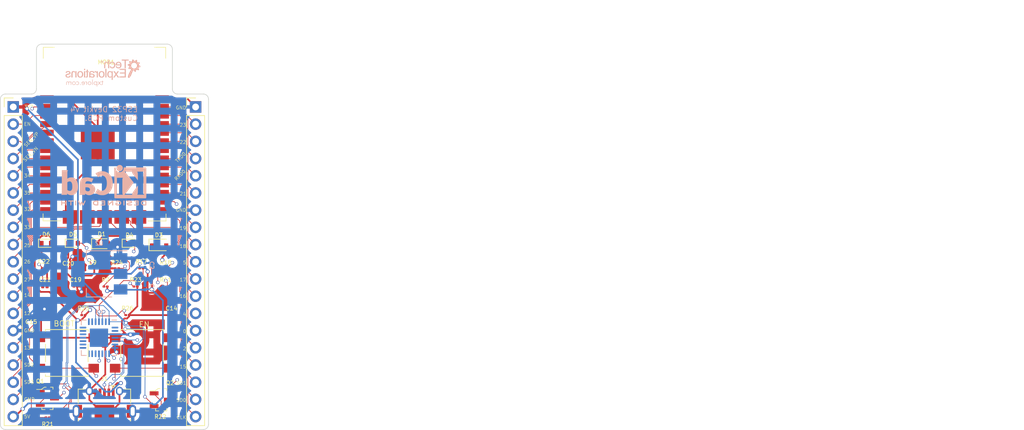
<source format=kicad_pcb>
(kicad_pcb (version 20211014) (generator pcbnew)
  (title_block (title "ESP32 Custom Dev Kit") (date "2021-07-20") (rev "1"))
  (layers (0 "F.Cu" mixed) (1 "In1.Cu" mixed) (2 "In2.Cu" mixed) (31 "B.Cu" mixed) (34 "B.Paste" user) (35 "F.Paste" user) (36 "B.SilkS" user "B.Silkscreen") (37 "F.SilkS" user "F.Silkscreen") (38 "B.Mask" user) (39 "F.Mask" user) (44 "Edge.Cuts" user))
  (net 0 "")
  (net 1 "/EXT_5V")
  (net 2 "GND")
  (net 3 "/VDD33")
  (net 4 "/EN")
  (net 5 "/IO0")
  (net 6 "Net-(C21-Pad1)")
  (net 7 "Net-(D1-Pad2)")
  (net 8 "/VBUS")
  (net 9 "/USB_DN")
  (net 10 "/USB_DP")
  (net 11 "/SENSOR_VP")
  (net 12 "/SENSOR_VN")
  (net 13 "/IO34")
  (net 14 "/IO35")
  (net 15 "/IO32")
  (net 16 "/IO33")
  (net 17 "/IO25")
  (net 18 "/IO26")
  (net 19 "/IO27")
  (net 20 "/IO14")
  (net 21 "/IO12")
  (net 22 "/IO13")
  (net 23 "/SD2")
  (net 24 "/SD3")
  (net 25 "/CMD")
  (net 26 "/IO23")
  (net 27 "/IO22")
  (net 28 "/TXD0")
  (net 29 "/RXD0")
  (net 30 "/IO21")
  (net 31 "/IO19")
  (net 32 "/IO18")
  (net 33 "/IO5")
  (net 34 "/IO17")
  (net 35 "/IO16")
  (net 36 "/IO4")
  (net 37 "/IO2")
  (net 38 "/IO15")
  (net 39 "/SD1")
  (net 40 "/SD0")
  (net 41 "/CLK")
  (net 42 "/RTS")
  (net 43 "Net-(Q1-Pad1)")
  (net 44 "/DTR")
  (net 45 "Net-(Q2-Pad1)")
  (net 46 "/RXD")
  (net 47 "/TXD")
  (net 48 "Net-(R23-Pad1)")
  (net 49 "Net-(R24-Pad2)")
  (net 50 "Net-(R25-Pad1)")
  (net 53 "/CDC")
  (net 54 "/RI")
  (net 67 "/CTS")
  (net 68 "/DSR")
  (footprint "Resistor_SMD:R_01005_0402Metric" (layer "F.Cu") (at 98.7084 96.2152 180)
    (fp_text reference "R18")
    (fp_text value "0R(5%)" hide)
  )
  (footprint "Button_Switch_SMD:SW_SPST_B3S-1000" (layer "F.Cu") (at 95.216 108.712)
    (fp_text reference "SW2" hide)
    (fp_text value "SW_Push" hide)
  )
  (footprint "Connector_PinHeader_2.54mm:PinHeader_1x19_P2.54mm_Vertical" (layer "F.Cu") (at 103.124 72.39)
    (fp_text reference "J3" hide)
    (fp_text value "Conn_01x19_Male" hide)
  )
  (footprint "Capacitor_SMD:C_0201_0603Metric" (layer "F.Cu") (at 80.8736 98.9576)
    (fp_text reference "C21")
    (fp_text value "22uF/10V(20%)" hide)
  )
  (footprint "Diode_SMD:D_SOD-523" (layer "F.Cu") (at 81.0768 92.5108)
    (fp_text reference "D6")
    (fp_text value "D_TVS" hide)
  )
  (footprint "Resistor_SMD:R_01005_0402Metric" (layer "F.Cu") (at 95.11096 96.2152)
    (fp_text reference "R17")
    (fp_text value "0R(5%)" hide)
  )
  (footprint "digikey-footprints:ESP32-WROOM-32D" (layer "F.Cu") (at 89.677 79.375)
    (fp_text reference "MOD1")
    (fp_text value "ESP32-WROOM-32" hide)
  )
  (footprint "digikey-footprints:SOT-23-3" (layer "F.Cu") (at 98.044 115.6208)
    (fp_text reference "Q2")
    (fp_text value "MMSS8050-H-TP" hide)
  )
  (footprint "Capacitor_SMD:C_01005_0402Metric" (layer "F.Cu") (at 85.4063 98.9076)
    (fp_text reference "C19")
    (fp_text value "0.1uF/50V(10%)" hide)
  )
  (footprint "LED_SMD:LED_0603_1608Metric" (layer "F.Cu") (at 89.253 92.5808)
    (fp_text reference "D1")
    (fp_text value "LED" hide)
  )
  (footprint "Connector_USB:USB_Micro-AB_Molex_47590-0001" (layer "F.Cu") (at 89.662 117.326)
    (fp_text reference "J1")
    (fp_text value "USB_B_Micro" hide)
  )
  (footprint "Diode_SMD:D_SOD-523" (layer "F.Cu") (at 85.0299 92.5108)
    (fp_text reference "D5")
    (fp_text value "D_TVS" hide)
  )
  (footprint "Connector_PinHeader_2.54mm:PinHeader_1x19_P2.54mm_Vertical" (layer "F.Cu") (at 76.2 72.39)
    (fp_text reference "J2" hide)
    (fp_text value "Conn_01x19_Male" hide)
  )
  (footprint "Capacitor_SMD:C_01005_0402Metric" (layer "F.Cu") (at 87.91608 96.2152)
    (fp_text reference "C9")
    (fp_text value "0.1uF/50V(10%)" hide)
  )
  (footprint "Capacitor_SMD:C_01005_0402Metric" (layer "F.Cu") (at 80.0608 103.124 180)
    (fp_text reference "C15")
    (fp_text value "0.1uF/50V(10%)(NC)" hide)
  )
  (footprint "Resistor_SMD:R_01005_0402Metric" (layer "F.Cu") (at 93.062932 103.124)
    (fp_text reference "R26")
    (fp_text value "47.5K(5%)" hide)
  )
  (footprint "Capacitor_SMD:C_01005_0402Metric" (layer "F.Cu") (at 80.7212 96.2152)
    (fp_text reference "C22")
    (fp_text value "0.1uF/50V(10%)" hide)
  )
  (footprint "Resistor_SMD:R_01005_0402Metric" (layer "F.Cu") (at 94.2717 98.9076)
    (fp_text reference "R23")
    (fp_text value "10K(5%)(NC)" hide)
  )
  (footprint "Resistor_SMD:R_01005_0402Metric" (layer "F.Cu") (at 81.28 118.237 180)
    (fp_text reference "R21")
    (fp_text value "10K(5%)" hide)
  )
  (footprint "Diode_SMD:D_SOD-323" (layer "F.Cu") (at 97.7392 92.7608)
    (fp_text reference "D3")
    (fp_text value "D_Schottky" hide)
  )
  (footprint "Resistor_SMD:R_01005_0402Metric" (layer "F.Cu") (at 91.51352 96.2152)
    (fp_text reference "R24")
    (fp_text value "2K(5%)" hide)
  )
  (footprint "digikey-footprints:SOT-23-3" (layer "F.Cu") (at 81.241 115.4176)
    (fp_text reference "Q1")
    (fp_text value "MMSS8050-H-TP" hide)
  )
  (footprint "Button_Switch_SMD:SW_SPST_B3S-1000" (layer "F.Cu") (at 84.108 108.712)
    (fp_text reference "SW1" hide)
    (fp_text value "SW_Push" hide)
  )
  (footprint "Resistor_SMD:R_01005_0402Metric" (layer "F.Cu") (at 89.839 98.9076)
    (fp_text reference "R2")
    (fp_text value "2K(5%)" hide)
  )
  (footprint "Capacitor_SMD:C_01005_0402Metric" (layer "F.Cu") (at 84.31864 96.2152)
    (fp_text reference "C20")
    (fp_text value "4.7uF/6.3V(10%)" hide)
  )
  (footprint "Capacitor_SMD:C_01005_0402Metric" (layer "F.Cu") (at 99.564 103.124)
    (fp_text reference "C14")
    (fp_text value "0.1uF/50V(10%)" hide)
  )
  (footprint "Resistor_SMD:R_01005_0402Metric" (layer "F.Cu") (at 86.561866 103.124)
    (fp_text reference "R25")
    (fp_text value "22.1K(5%)" hide)
  )
  (footprint "Resistor_SMD:R_01005_0402Metric" (layer "F.Cu") (at 97.921 119.126)
    (fp_text reference "R22")
    (fp_text value "10K(5%)" hide)
  )
  (footprint "Resistor_SMD:R_01005_0402Metric" (layer "F.Cu") (at 98.7044 98.9076)
    (fp_text reference "R11")
    (fp_text value "10K(5%)" hide)
  )
  (footprint "Diode_SMD:D_SOD-523" (layer "F.Cu") (at 93.4361 92.5108)
    (fp_text reference "D4")
    (fp_text value "D_TVS" hide)
  )
  (footprint "Capacitor_SMD:C_0201_0603Metric" (layer "B.Cu") (at 95.6564 99.06 90)
    (fp_text reference "C1")
    (fp_text value "22uF/10V(20%)" hide)
  )
  (footprint "Symbol:KiCad-Logo2_5mm_SilkScreen" (layer "B.Cu") (at 89.5695 83.9345 180)
    (fp_text reference "REF**" hide)
    (fp_text value "KiCad-Logo2_5mm_SilkScreen" hide)
  )
  (footprint "Capacitor_SMD:C_0201_0603Metric" (layer "B.Cu") (at 95.6564 95.758 90)
    (fp_text reference "C3")
    (fp_text value "22uF/10V(20%)" hide)
  )
  (footprint "DesktopLibrary:TE_Logo_11.6x4" (layer "B.Cu") (at 89.4425 67.2975 180)
    (fp_text reference "G***" hide)
    (fp_text value "LOGO" hide)
  )
  (footprint "Package_TO_SOT_SMD:SOT-223-3_TabPin2" (layer "B.Cu") (at 88.9 97.028 180)
    (fp_text reference "U2")
    (fp_text value "AMS1117-3.3" hide)
  )
  (footprint "Package_DFN_QFN:TQFN-28-1EP_5x5mm_P0.5mm_EP2.7x2.7mm" (layer "B.Cu") (at 88.858 106.462 180)
    (fp_text reference "U1")
    (fp_text value "CP2102N-A01-GQFN28" hide)
  )
  (gr_arc (start 79.629 63.881) (mid 79.852185 63.342185) (end 80.391 63.119) (layer "Edge.Cuts") (width 0.1))
  (gr_line (start 78.867 70.485) (end 75.057 70.485) (layer "Edge.Cuts") (width 0.1))
  (gr_line (start 74.295 71.247) (end 74.295 86.614) (layer "Edge.Cuts") (width 0.1))
  (gr_line (start 79.629 63.881) (end 79.629 69.723) (layer "Edge.Cuts") (width 0.1))
  (gr_line (start 74.295 86.614) (end 74.295 98.044) (layer "Edge.Cuts") (width 0.1))
  (gr_line (start 105.029 119.253) (end 105.029 71.247) (layer "Edge.Cuts") (width 0.1))
  (gr_line (start 74.295 110.871) (end 74.295 119.253) (layer "Edge.Cuts") (width 0.1))
  (gr_arc (start 98.933 63.119) (mid 99.471815 63.342185) (end 99.695 63.881) (layer "Edge.Cuts") (width 0.1))
  (gr_arc (start 104.267 70.485) (mid 104.805815 70.708185) (end 105.029 71.247) (layer "Edge.Cuts") (width 0.1))
  (gr_arc (start 105.029 119.253) (mid 104.805815 119.791815) (end 104.267 120.015) (layer "Edge.Cuts") (width 0.1))
  (gr_line (start 99.695 69.723) (end 99.695 63.881) (layer "Edge.Cuts") (width 0.1))
  (gr_line (start 104.267 70.485) (end 100.457 70.485) (layer "Edge.Cuts") (width 0.1))
  (gr_line (start 74.295 98.044) (end 74.295 110.871) (layer "Edge.Cuts") (width 0.1))
  (gr_line (start 98.933 63.119) (end 80.391 63.119) (layer "Edge.Cuts") (width 0.1))
  (gr_arc (start 79.629 69.723) (mid 79.405815 70.261815) (end 78.867 70.485) (layer "Edge.Cuts") (width 0.1))
  (gr_arc (start 100.457 70.485) (mid 99.918185 70.261815) (end 99.695 69.723) (layer "Edge.Cuts") (width 0.1))
  (gr_line (start 75.057 120.015) (end 104.267 120.015) (layer "Edge.Cuts") (width 0.1))
  (gr_arc (start 75.057 120.015) (mid 74.518185 119.791815) (end 74.295 119.253) (layer "Edge.Cuts") (width 0.1))
  (gr_arc (start 74.295 71.247) (mid 74.518185 70.708185) (end 75.057 70.485) (layer "Edge.Cuts") (width 0.1))
  (gr_text "ESP32 Devkit v4\nCustom PCB." (at 94.6495 73.3935) (layer "B.SilkS") (effects (font (size 0.8 0.8) (thickness 0.1)) (justify left mirror)))
  (gr_text "GND" (at 77.7585 105.3975) (layer "F.SilkS") (effects (font (size 0.5 0.5) (thickness 0.06)) (justify left)))
  (gr_text "22" (at 100.7375 77.5845) (layer "F.SilkS") (effects (font (size 0.5 0.5) (thickness 0.06)) (justify left)))
  (gr_text "SEN_VN" (at 77.7585 80.3785 45) (layer "F.SilkS") (effects (font (size 0.5 0.5) (thickness 0.06)) (justify left)))
  (gr_text "SD2" (at 77.7585 110.4775) (layer "F.SilkS") (effects (font (size 0.5 0.5) (thickness 0.06)) (justify left)))
  (gr_text "0" (at 101.213691 105.5245) (layer "F.SilkS") (effects (font (size 0.5 0.5) (thickness 0.06)) (justify left)))
  (gr_text "34" (at 77.7585 82.5375) (layer "F.SilkS") (effects (font (size 0.5 0.5) (thickness 0.06)) (justify left)))
  (gr_text "EN" (at 77.7585 74.9175) (layer "F.SilkS") (effects (font (size 0.5 0.5) (thickness 0.06)) (justify left)))
  (gr_text "5V" (at 77.7585 118.0975) (layer "F.SilkS") (effects (font (size 0.5 0.5) (thickness 0.06)) (justify left)))
  (gr_text "32" (at 77.7585 87.4905) (layer "F.SilkS") (effects (font (size 0.5 0.5) (thickness 0.06)) (justify left)))
  (gr_text "GND" (at 100.166071 87.6175) (layer "F.SilkS") (effects (font (size 0.5 0.5) (thickness 0.06)) (justify left)))
  (gr_text "SD1" (at 100.2375 113.1445) (layer "F.SilkS") (effects (font (size 0.5 0.5) (thickness 0.06)) (justify left)))
  (gr_text "RXD0" (at 100.1105 83.1725 45) (layer "F.SilkS") (effects (font (size 0.5 0.5) (thickness 0.06)) (justify left)))
  (gr_text "2" (at 101.213691 108.0645) (layer "F.SilkS") (effects (font (size 0.5 0.5) (thickness 0.06)) (justify left)))
  (gr_text "35" (at 77.7585 85.0775) (layer "F.SilkS") (effects (font (size 0.5 0.5) (thickness 0.06)) (justify left)))
  (gr_text "23" (at 100.7375 75.0445) (layer "F.SilkS") (effects (font (size 0.5 0.5) (thickness 0.06)) (justify left)))
  (gr_text "TXD0" (at 100.2375 80.5055 45) (layer "F.SilkS") (effects (font (size 0.5 0.5) (thickness 0.06)) (justify left)))
  (gr_text "13" (at 77.7585 107.9375) (layer "F.SilkS") (effects (font (size 0.5 0.5) (thickness 0.06)) (justify left)))
  (gr_text "19" (at 100.7375 90.2845) (layer "F.SilkS") (effects (font (size 0.5 0.5) (thickness 0.06)) (justify left)))
  (gr_text "27" (at 77.7585 97.9045) (layer "F.SilkS") (effects (font (size 0.5 0.5) (thickness 0.06)) (justify left)))
  (gr_text "25" (at 77.7585 92.8245) (layer "F.SilkS") (effects (font (size 0.5 0.5) (thickness 0.06)) (justify left)))
  (gr_text "14" (at 77.7585 100.1905) (layer "F.SilkS") (effects (font (size 0.5 0.5) (thickness 0.06)) (justify left)))
  (gr_text "SEN_VP" (at 77.8855 78.2195 45) (layer "F.SilkS") (effects (font (size 0.5 0.5) (thickness 0.06)) (justify left)))
  (gr_text "GND" (at 100.166071 72.5045) (layer "F.SilkS") (effects (font (size 0.5 0.5) (thickness 0.06)) (justify left)))
  (gr_text "15" (at 100.7455 110.7315) (layer "F.SilkS") (effects (font (size 0.5 0.5) (thickness 0.06)) (justify left)))
  (gr_text "CLK" (at 100.285119 118.2245) (layer "F.SilkS") (effects (font (size 0.5 0.5) (thickness 0.06)) (justify left)))
  (gr_text "26" (at 77.7585 95.2375) (layer "F.SilkS") (effects (font (size 0.5 0.5) (thickness 0.06)) (justify left)))
  (gr_text "5" (at 101.213691 95.3645) (layer "F.SilkS") (effects (font (size 0.5 0.5) (thickness 0.06)) (justify left)))
  (gr_text "4" (at 101.213691 102.9845) (layer "F.SilkS") (effects (font (size 0.5 0.5) (thickness 0.06)) (justify left)))
  (gr_text "16" (at 100.7375 100.3175) (layer "F.SilkS") (effects (font (size 0.5 0.5) (thickness 0.06)) (justify left)))
  (gr_text "EN" (at 95.5385 104.5085) (layer "F.SilkS") (effects (font (size 0.8 0.8) (thickness 0.1))))
  (gr_text "BOOT" (at 83.7275 104.3815) (layer "F.SilkS") (effects (font (size 0.8 0.8) (thickness 0.1))))
  (gr_text "SD3" (at 77.7585 113.0175) (layer "F.SilkS") (effects (font (size 0.5 0.5) (thickness 0.06)) (justify left)))
  (gr_text "SD0" (at 100.2375 115.6845) (layer "F.SilkS") (effects (font (size 0.5 0.5) (thickness 0.06)) (justify left)))
  (gr_text "3V3" (at 77.7585 72.3775) (layer "F.SilkS") (effects (font (size 0.5 0.5) (thickness 0.06)) (justify left)))
  (gr_text "CMD" (at 77.7585 115.5575) (layer "F.SilkS") (effects (font (size 0.5 0.5) (thickness 0.06)) (justify left)))
  (gr_text "21" (at 100.7375 85.2045) (layer "F.SilkS") (effects (font (size 0.5 0.5) (thickness 0.06)) (justify left)))
  (gr_text "33" (at 77.7585 90.1575) (layer "F.SilkS") (effects (font (size 0.5 0.5) (thickness 0.06)) (justify left)))
  (gr_text "17" (at 100.7375 97.9045) (layer "F.SilkS") (effects (font (size 0.5 0.5) (thickness 0.06)) (justify left)))
  (gr_text "18" (at 100.7375 92.9515) (layer "F.SilkS") (effects (font (size 0.5 0.5) (thickness 0.06)) (justify left)))
  (gr_text "12" (at 77.7585 102.8575) (layer "F.SilkS") (effects (font (size 0.5 0.5) (thickness 0.06)) (justify left)))
  (segment (start 76.454 118.11) (end 77.597 116.967) (width 0.25) (layer "F.Cu") (net 1))
  (segment (start 90.089 98.9076) (end 90.089 99.544) (width 0.25) (layer "F.Cu") (net 1))
  (segment (start 96.6892 92.7608) (end 96.6892 99.2718) (width 0.25) (layer "F.Cu") (net 1))
  (segment (start 76.2 118.11) (end 76.454 118.11) (width 0.25) (layer "F.Cu") (net 1))
  (segment (start 96.6892 99.2718) (end 96.647 99.314) (width 0.25) (layer "F.Cu") (net 1))
  (segment (start 90.089 99.544) (end 90.0775 99.5555) (width 0.25) (layer "F.Cu") (net 1))
  (via (at 77.597 116.967) (size 0.6) (drill 0.4) (layers "F.Cu" "B.Cu") (net 1))
  (via (at 96.647 99.314) (size 0.6) (drill 0.4) (layers "F.Cu" "B.Cu") (net 1))
  (via (at 90.0775 99.5555) (size 0.6) (drill 0.4) (layers "F.Cu" "B.Cu") (net 1))
  (segment (start 91.8225 99.5555) (end 92.05 99.328) (width 0.25) (layer "B.Cu") (net 1))
  (segment (start 95.6564 99.38) (end 92.102 99.38) (width 0.25) (layer "B.Cu") (net 1))
  (segment (start 77.597 116.967) (end 78.41252 116.15148) (width 0.25) (layer "B.Cu") (net 1))
  (segment (start 96.684419 116.15148) (end 96.83145 116.298511) (width 0.25) (layer "B.Cu") (net 1))
  (segment (start 90.0775 99.5555) (end 91.8225 99.5555) (width 0.25) (layer "B.Cu") (net 1))
  (segment (start 98.298 115.225061) (end 98.298 100.965) (width 0.25) (layer "B.Cu") (net 1))
  (segment (start 78.41252 116.15148) (end 96.684419 116.15148) (width 0.25) (layer "B.Cu") (net 1))
  (segment (start 98.298 100.965) (end 96.647 99.314) (width 0.25) (layer "B.Cu") (net 1))
  (segment (start 96.647 99.314) (end 95.7224 99.314) (width 0.25) (layer "B.Cu") (net 1))
  (segment (start 96.83145 116.298511) (end 97.22455 116.298511) (width 0.25) (layer "B.Cu") (net 1))
  (segment (start 95.7224 99.314) (end 95.6564 99.38) (width 0.25) (layer "B.Cu") (net 1))
  (segment (start 97.22455 116.298511) (end 98.298 115.225061) (width 0.25) (layer "B.Cu") (net 1))
  (segment (start 92.102 99.38) (end 92.05 99.328) (width 0.25) (layer "B.Cu") (net 1))
  (segment (start 93.312932 103.305068) (end 93.312932 103.124) (width 0.25) (layer "F.Cu") (net 2))
  (segment (start 89.662 117.326) (end 93.3995 117.326) (width 0.25) (layer "F.Cu") (net 2))
  (segment (start 83.962 88.63) (end 83.962 84.821) (width 0.25) (layer "F.Cu") (net 2))
  (segment (start 81.1936 96.4376) (end 80.9712 96.2152) (width 0.25) (layer "F.Cu") (net 2))
  (segment (start 90.705 117.326) (end 91.887 116.144) (width 0.25) (layer "F.Cu") (net 2))
  (segment (start 92.1692 92.5108) (end 91.6015 93.0785) (width 0.25) (layer "F.Cu") (net 2))
  (segment (start 84.06864 96.2152) (end 84.06864 96.89564) (width 0.25) (layer "F.Cu") (net 2))
  (segment (start 88.677 73.375) (end 88.677 77.62) (width 0.25) (layer "F.Cu") (net 2))
  (segment (start 91.241 106.462) (end 88.083 106.462) (width 0.25) (layer "F.Cu") (net 2))
  (segment (start 84.3299 92.5108) (end 84.3299 94.6131) (width 0.25) (layer "F.Cu") (net 2))
  (segment (start 94.5217 101.8203) (end 93.312932 103.029068) (width 0.25) (layer "F.Cu") (net 2))
  (segment (start 91.241 106.462) (end 91.807 106.462) (width 0.25) (layer "F.Cu") (net 2))
  (segment (start 80.3108 106.2842) (end 80.3108 103.124) (width 0.25) (layer "F.Cu") (net 2))
  (segment (start 89.127 117.326) (end 87.437 115.636) (width 0.25) (layer "F.Cu") (net 2))
  (segment (start 92.9985 103.6195) (end 93.312932 103.305068) (width 0.25) (layer "F.Cu") (net 2))
  (segment (start 89.662 117.326) (end 85.9245 117.326) (width 0.25) (layer "F.Cu") (net 2))
  (segment (start 87.437 114.239) (end 89.789 111.887) (width 0.25) (layer "F.Cu") (net 2))
  (segment (start 80.9712 95.1778) (end 80.9712 96.2152) (width 0.25) (layer "F.Cu") (net 2))
  (segment (start 88.4655 95.5575) (end 88.16608 95.85692) (width 0.25) (layer "F.Cu") (net 2))
  (segment (start 81.416 96.2152) (end 83.3882 96.2152) (width 0.25) (layer "F.Cu") (net 2))
  (segment (start 83.962 84.821) (end 88.677 80.106) (width 0.25) (layer "F.Cu") (net 2))
  (segment (start 93.5065 106.0325) (end 92.962439 106.0325) (width 0.25) (layer "F.Cu") (net 2))
  (segment (start 81.1936 96.4376) (end 81.416 96.2152) (width 0.25) (layer "F.Cu") (net 2))
  (segment (start 80.8065 102.2225) (end 80.8065 102.6283) (width 0.25) (layer "F.Cu") (net 2))
  (segment (start 93.312932 103.124) (end 99.314 103.124) (width 0.25) (layer "F.Cu") (net 2))
  (segment (start 92.2365 105.306561) (end 92.2365 104.0005) (width 0.25) (layer "F.Cu") (net 2))
  (segment (start 87.757 97.282) (end 88.16608 96.87292) (width 0.25) (layer "F.Cu") (net 2))
  (segment (start 81.1936 98.9576) (end 81.1936 96.4376) (width 0.25) (layer "F.Cu") (net 2))
  (segment (start 92.599469 105.669531) (end 92.2365 105.306561) (width 0.25) (layer "F.Cu") (net 2))
  (segment (start 87.437 115.636) (end 87.437 114.326) (width 0.25) (layer "F.Cu") (net 2))
  (segment (start 84.328 71.12) (end 88.677 75.469) (width 0.25) (layer "F.Cu") (net 2))
  (segment (start 90.932 71.12) (end 88.677 73.375) (width 0.25) (layer "F.Cu") (net 2))
  (segment (start 88.677 80.106) (end 88.677 77.62) (width 0.25) (layer "F.Cu") (net 2))
  (segment (start 89.789 111.887) (end 89.789 107.914) (width 0.25) (layer "F.Cu") (net 2))
  (segment (start 92.6175 103.6195) (end 92.9985 103.6195) (width 0.25) (layer "F.Cu") (net 2))
  (segment (start 92.329 91.44) (end 89.535 91.44) (width 0.25) (layer "F.Cu") (net 2))
  (segment (start 80.133 106.462) (end 88.083 106.462) (width 0.25) (layer "F.Cu") (net 2))
  (segment (start 83.312 95.631) (end 83.312 96.139) (width 0.25) (layer "F.Cu") (net 2))
  (segment (start 88.4655 92.5095) (end 88.4655 92.5808) (width 0.25) (layer "F.Cu") (net 2))
  (segment (start 88.16608 95.85692) (end 88.16608 96.2152) (width 0.25) (layer "F.Cu") (net 2))
  (segment (start 88.16608 96.87292) (end 88.16608 96.2152) (width 0.25) (layer "F.Cu") (net 2))
  (segment (start 80.3768 92.5108) (end 80.3768 94.5834) (width 0.25) (layer "F.Cu") (net 2))
  (segment (start 80.133 106.462) (end 80.3108 106.2842) (width 0.25) (layer "F.Cu") (net 2))
  (segment (start 85.979 97.282) (end 87.757 97.282) (width 0.25) (layer "F.Cu") (net 2))
  (segment (start 92.962439 106.0325) (end 92.599469 105.669531) (width 0.25) (layer "F.Cu") (net 2))
  (segment (start 91.887 116.144) (end 91.887 114.326) (width 0.25) (layer "F.Cu") (net 2))
  (segment (start 85.1563 97.9833) (end 85.1563 98.1047) (width 0.25) (layer "F.Cu") (net 2))
  (segment (start 89.898 107.805) (end 89.426 107.805) (width 0.25) (layer "F.Cu") (net 2))
  (segment (start 80.8065 102.6283) (end 80.3108 103.124) (width 0.25) (layer "F.Cu") (net 2))
  (segment (start 84.06864 96.89564) (end 85.1563 97.9833) (width 0.25) (layer "F.Cu") (net 2))
  (segment (start 99.191 106.462) (end 99.191 103.247) (width 0.25) (layer "F.Cu") (net 2))
  (segment (start 92.2365 104.0005) (end 92.6175 103.6195) (width 0.25) (layer "F.Cu") (net 2))
  (segment (start 85.1563 98.9076) (end 85.1563 98.1047) (width 0.25) (layer "F.Cu") (net 2))
  (segment (start 92.7361 92.5108) (end 92.1692 92.5108) (width 0.25) (layer "F.Cu") (net 2))
  (segment (start 88.362 114.651) (end 87.762 114.651) (width 0.25) (layer "F.Cu") (net 2))
  (segment (start 92.7361 92.5108) (end 92.7361 91.8471) (width 0.25) (layer "F.Cu") (net 2))
  (segment (start 83.3882 96.2152) (end 84.06864 96.2152) (width 0.25) (layer "F.Cu") (net 2))
  (segment (start 89.426 107.805) (end 88.083 106.462) (width 0.25) (layer "F.Cu") (net 2))
  (segment (start 99.191 103.247) (end 99.314 103.124) (width 0.25) (layer "F.Cu") (net 2))
  (segment (start 81.177 71.12) (end 84.328 71.12) (width 0.25) (layer "F.Cu") (net 2))
  (segment (start 92.7361 91.8471) (end 92.329 91.44) (width 0.25) (layer "F.Cu") (net 2))
  (segment (start 89.789 107.914) (end 89.898 107.805) (width 0.25) (layer "F.Cu") (net 2))
  (segment (start 87.762 114.651) (end 87.437 114.326) (width 0.25) (layer "F.Cu") (net 2))
  (segment (start 85.1563 98.1047) (end 85.979 97.282) (width 0.25) (layer "F.Cu") (net 2))
  (segment (start 89.662 117.326) (end 89.127 117.326) (width 0.25) (layer "F.Cu") (net 2))
  (segment (start 88.4655 92.5808) (end 88.4655 95.5575) (width 0.25) (layer "F.Cu") (net 2))
  (segment (start 84.3299 94.6131) (end 83.312 95.631) (width 0.25) (layer "F.Cu") (net 2))
  (segment (start 98.177 71.12) (end 90.932 71.12) (width 0.25) (layer "F.Cu") (net 2))
  (segment (start 101.854 71.12) (end 103.124 72.39) (width 0.25) (layer "F.Cu") (net 2))
  (segment (start 87.437 114.326) (end 87.437 114.239) (width 0.25) (layer "F.Cu") (net 2))
  (segment (start 88.677 75.469) (end 88.677 77.62) (width 0.25) (layer "F.Cu") (net 2))
  (segment (start 80.3768 94.5834) (end 80.9712 95.1778) (width 0.25) (layer "F.Cu") (net 2))
  (segment (start 83.312 96.139) (end 83.3882 96.2152) (width 0.25) (layer "F.Cu") (net 2))
  (segment (start 98.177 71.12) (end 101.854 71.12) (width 0.25) (layer "F.Cu") (net 2))
  (segment (start 94.5217 98.9076) (end 94.5217 101.8203) (width 0.25) (layer "F.Cu") (net 2))
  (segment (start 89.898 107.805) (end 91.241 106.462) (width 0.25) (layer "F.Cu") (net 2))
  (segment (start 93.312932 103.029068) (end 93.312932 103.124) (width 0.25) (layer "F.Cu") (net 2))
  (segment (start 89.662 117.326) (end 90.705 117.326) (width 0.25) (layer "F.Cu") (net 2))
  (segment (start 91.807 106.462) (end 92.599469 105.669531) (width 0.25) (layer "F.Cu") (net 2))
  (segment (start 89.535 91.44) (end 88.4655 92.5095) (width 0.25) (layer "F.Cu") (net 2))
  (via (at 91.6015 93.0785) (size 0.6) (drill 0.4) (layers "F.Cu" "B.Cu") (net 2))
  (via (at 93.5065 106.0325) (size 0.6) (drill 0.4) (layers "F.Cu" "B.Cu") (net 2))
  (via (at 80.8065 102.2225) (size 0.6) (drill 0.4) (layers "F.Cu" "B.Cu") (net 2))
  (segment (start 92.05 94.728) (end 94.982 94.728) (width 0.25) (layer "B.Cu") (net 2))
  (segment (start 80.5525 101.9685) (end 80.8065 102.2225) (width 0.25) (layer "B.Cu") (net 2))
  (segment (start 96.774 95.758) (end 96.454 95.438) (width 0.25) (layer "B.Cu") (net 2))
  (segment (start 96.774 97.155) (end 96.774 95.758) (width 0.25) (layer "B.Cu") (net 2))
  (segment (start 94.982 94.728) (end 95.6564 95.4024) (width 0.25) (layer "B.Cu") (net 2))
  (segment (start 91.2205 105.962) (end 89.358 105.962) (width 0.25) (layer "B.Cu") (net 2))
  (segment (start 79.6415 101.9685) (end 79.6635 101.9685) (width 0.25) (layer "B.Cu") (net 2))
  (segment (start 91.6015 93.0785) (end 91.6015 94.2795) (width 0.25) (layer "B.Cu") (net 2))
  (segment (start 76.2 105.41) (end 79.6415 101.9685) (width 0.25) (layer "B.Cu") (net 2))
  (segment (start 89.358 105.962) (end 88.858 106.462) (width 0.25) (layer "B.Cu") (net 2))
  (segment (start 91.2205 105.962) (end 93.436 105.962) (width 0.25) (layer "B.Cu") (net 2))
  (segment (start 96.454 95.438) (end 95.6564 95.438) (width 0.25) (layer "B.Cu") (net 2))
  (segment (start 95.6564 98.74) (end 95.6564 98.2726) (width 0.25) (layer "B.Cu") (net 2))
  (segment (start 79.6635 101.9685) (end 80.5525 101.9685) (width 0.25) (layer "B.Cu") (net 2))
  (segment (start 95.6564 95.4024) (end 95.6564 95.438) (width 0.25) (layer "B.Cu") (net 2))
  (segment (start 93.436 105.962) (end 93.5065 106.0325) (width 0.25) (layer "B.Cu") (net 2))
  (segment (start 95.6564 98.2726) (end 96.774 97.155) (width 0.25) (layer "B.Cu") (net 2))
  (segment (start 91.6015 94.2795) (end 92.05 94.728) (width 0.25) (layer "B.Cu") (net 2))
  (segment (start 89.5858 96.2152) (end 91.26352 96.2152) (width 0.25) (layer "F.Cu") (net 3))
  (segment (start 85.6563 98.9076) (end 85.6563 98.8747) (width 0.25) (layer "F.Cu") (net 3))
  (segment (start 95.424 104.267) (end 92.837 104.267) (width 0.25) (layer "F.Cu") (net 3))
  (segment (start 84.56864 94.88236) (end 84.963 94.488) (width 0.25) (layer "F.Cu") (net 3))
  (segment (start 84.56864 96.2152) (end 84.56864 94.88236) (width 0.25) (layer "F.Cu") (net 3))
  (segment (start 95.9195 104.7625) (end 95.424 104.267) (width 0.25) (layer "F.Cu") (net 3))
  (segment (start 91.44 108.585) (end 94.002 108.585) (width 0.25) (layer "F.Cu") (net 3))
  (segment (start 98.4544 98.9076) (end 98.319311 98.772511) (width 0.25) (layer "F.Cu") (net 3))
  (segment (start 76.2 72.39) (end 77.978 72.39) (width 0.25) (layer "F.Cu") (net 3))
  (segment (start 97.033489 99.838511) (end 96.202511 99.838511) (width 0.25) (layer "F.Cu") (net 3))
  (segment (start 86.0135 99.6825) (end 86.2675 99.6825) (width 0.25) (layer "F.Cu") (net 3))
  (segment (start 96.202511 99.838511) (end 96.0465 99.6825) (width 0.25) (layer "F.Cu") (net 3))
  (segment (start 77.978 72.39) (end 78.232 72.644) (width 0.25) (layer "F.Cu") (net 3))
  (segment (start 86.614 97.917) (end 87.884 97.917) (width 0.25) (layer "F.Cu") (net 3))
  (segment (start 96.0465 99.6825) (end 96.0465 96.693) (width 0.25) (layer "F.Cu") (net 3))
  (segment (start 87.884 97.917) (end 89.5858 96.2152) (width 0.25) (layer "F.Cu") (net 3))
  (segment (start 85.6563 98.8747) (end 86.614 97.917) (width 0.25) (layer "F.Cu") (net 3))
  (segment (start 98.319311 98.772511) (end 98.099489 98.772511) (width 0.25) (layer "F.Cu") (net 3))
  (segment (start 98.099489 98.772511) (end 97.4435 99.4285) (width 0.25) (layer "F.Cu") (net 3))
  (segment (start 85.6563 98.9076) (end 85.6563 99.3253) (width 0.25) (layer "F.Cu") (net 3))
  (segment (start 95.9195 106.6675) (end 95.9195 104.7625) (width 0.25) (layer "F.Cu") (net 3))
  (segment (start 94.002 108.585) (end 95.9195 106.6675) (width 0.25) (layer "F.Cu") (net 3))
  (segment (start 85.6563 99.3253) (end 86.0135 99.6825) (width 0.25) (layer "F.Cu") (net 3))
  (segment (start 97.4435 99.4285) (end 97.033489 99.838511) (width 0.25) (layer "F.Cu") (net 3))
  (via (at 84.963 94.488) (size 0.6) (drill 0.4) (layers "F.Cu" "B.Cu") (net 3))
  (via (at 78.232 72.644) (size 0.6) (drill 0.4) (layers "F.Cu" "B.Cu") (net 3))
  (via (at 86.2675 99.6825) (size 0.6) (drill 0.4) (layers "F.Cu" "B.Cu") (net 3))
  (via (at 96.0465 96.693) (size 0.6) (drill 0.4) (layers "F.Cu" "B.Cu") (net 3))
  (via (at 91.44 108.585) (size 0.6) (drill 0.4) (layers "F.Cu" "B.Cu") (net 3))
  (via (at 92.837 104.267) (size 0.6) (drill 0.4) (layers "F.Cu" "B.Cu") (net 3))
  (segment (start 91.2205 107.962) (end 91.2205 108.3655) (width 0.25) (layer "B.Cu") (net 3))
  (segment (start 85.75 94.386) (end 85.75 97.028) (width 0.25) (layer "B.Cu") (net 3))
  (segment (start 95.6564 96.078) (end 94.549 96.078) (width 0.25) (layer "B.Cu") (net 3))
  (segment (start 92.05 97.028) (end 85.75 97.028) (width 0.25) (layer "B.Cu") (net 3))
  (segment (start 85.065 94.386) (end 85.75 94.386) (width 0.25) (layer "B.Cu") (net 3))
  (segment (start 93.599 97.028) (end 92.05 97.028) (width 0.25) (layer "B.Cu") (net 3))
  (segment (start 78.232 72.644) (end 85.75 80.162) (width 0.25) (layer "B.Cu") (net 3))
  (segment (start 86.2675 99.6825) (end 86.2675 97.5455) (width 0.25) (layer "B.Cu") (net 3))
  (segment (start 85.75 97.434) (end 85.75 97.028) (width 0.25) (layer "B.Cu") (net 3))
  (segment (start 88.9 100.33) (end 88.646 100.33) (width 0.25) (layer "B.Cu") (net 3))
  (segment (start 96.0465 96.4681) (end 95.6564 96.078) (width 0.25) (layer "B.Cu") (net 3))
  (segment (start 96.0465 96.693) (end 96.0465 96.4681) (width 0.25) (layer "B.Cu") (net 3))
  (segment (start 88.646 100.33) (end 85.75 97.434) (width 0.25) (layer "B.Cu") (net 3))
  (segment (start 84.963 94.488) (end 85.065 94.386) (width 0.25) (layer "B.Cu") (net 3))
  (segment (start 92.837 104.267) (end 88.9 100.33) (width 0.25) (layer "B.Cu") (net 3))
  (segment (start 91.2205 107.962) (end 91.2205 107.462) (width 0.25) (layer "B.Cu") (net 3))
  (segment (start 91.2205 108.3655) (end 91.44 108.585) (width 0.25) (layer "B.Cu") (net 3))
  (segment (start 86.2675 97.5455) (end 85.75 97.028) (width 0.25) (layer "B.Cu") (net 3))
  (segment (start 94.549 96.078) (end 93.599 97.028) (width 0.25) (layer "B.Cu") (net 3))
  (segment (start 85.75 80.162) (end 85.75 94.386) (width 0.25) (layer "B.Cu") (net 3))
  (segment (start 87.66608 95.36608) (end 87.5375 95.2375) (width 0.1) (layer "F.Cu") (net 4))
  (segment (start 91.059 112.522) (end 91.241 112.34) (width 0.1) (layer "F.Cu") (net 4))
  (segment (start 91.241 112.34) (end 91.241 110.962) (width 0.1) (layer "F.Cu") (net 4))
  (segment (start 100.33 104.648) (end 100.33 109.093) (width 0.1) (layer "F.Cu") (net 4))
  (segment (start 99.814 104.132) (end 100.33 104.648) (width 0.1) (layer "F.Cu") (net 4))
  (segment (start 87.5375 95.2375) (end 87.4105 95.1105) (width 0.1) (layer "F.Cu") (net 4))
  (segment (start 99.191 110.232) (end 99.191 110.962) (width 0.1) (layer "F.Cu") (net 4))
  (segment (start 82.8294 115.4176) (end 83.693 114.554) (width 0.1) (layer "F.Cu") (net 4))
  (segment (start 87.66608 96.2152) (end 87.66608 95.36608) (width 0.1) (layer "F.Cu") (net 4))
  (segment (start 77.851 74.93) (end 76.2 74.93) (width 0.1) (layer "F.Cu") (net 4))
  (segment (start 100.33 109.093) (end 99.191 110.232) (width 0.1) (layer "F.Cu") (net 4))
  (segment (start 99.814 103.124) (end 99.814 99.7672) (width 0.1) (layer "F.Cu") (net 4))
  (segment (start 98.7135 98.0315) (end 98.9544 98.2724) (width 0.1) (layer "F.Cu") (net 4))
  (segment (start 99.191 110.962) (end 91.241 110.962) (width 0.1) (layer "F.Cu") (net 4))
  (segment (start 82.291 115.4176) (end 82.8294 115.4176) (width 0.1) (layer "F.Cu") (net 4))
  (segment (start 99.814 103.124) (end 99.814 104.132) (width 0.1) (layer "F.Cu") (net 4))
  (segment (start 81.177 73.66) (end 79.121 73.66) (width 0.1) (layer "F.Cu") (net 4))
  (segment (start 79.121 73.66) (end 77.851 74.93) (width 0.1) (layer "F.Cu") (net 4))
  (segment (start 99.814 99.7672) (end 98.9544 98.9076) (width 0.1) (layer "F.Cu") (net 4))
  (segment (start 98.9544 98.2724) (end 98.9544 98.9076) (width 0.1) (layer "F.Cu") (net 4))
  (segment (start 87.4105 95.1105) (end 87.4105 94.9835) (width 0.1) (layer "F.Cu") (net 4))
  (via (at 83.693 114.554) (size 0.5) (drill 0.35) (layers "F.Cu" "B.Cu") (net 4))
  (via (at 98.7135 98.0315) (size 0.5) (drill 0.35) (layers "F.Cu" "B.Cu") (net 4))
  (via (at 87.4105 94.9835) (size 0.5) (drill 0.35) (layers "F.Cu" "B.Cu") (net 4))
  (via (at 91.059 112.522) (size 0.5) (drill 0.35) (layers "F.Cu" "B.Cu") (net 4))
  (segment (start 100.838 87.63) (end 100.983403 87.775403) (width 0.1) (layer "F.Cu") (net 5))
  (segment (start 98.177 87.63) (end 100.838 87.63) (width 0.1) (layer "F.Cu") (net 5))
  (segment (start 101.58196 94.554452) (end 101.581962 96.81229) (width 0.1) (layer "F.Cu") (net 5))
  (segment (start 99.094 115.6208) (end 99.094 114.0086) (width 0.1) (layer "F.Cu") (net 5))
  (segment (start 101.981 99.469164) (end 101.981 104.267) (width 0.1) (layer "F.Cu") (net 5))
  (segment (start 101.182924 91.89758) (end 101.38244 92.097096) (width 0.1) (layer "F.Cu") (net 5))
  (segment (start 101.382443 94.354935) (end 101.58196 94.554452) (width 0.1) (layer "F.Cu") (net 5))
  (segment (start 100.983403 87.775403) (end 100.983405 89.440225) (width 0.1) (layer "F.Cu") (net 5))
  (segment (start 88.083 111.7282) (end 88.4773 112.1225) (width 0.1) (layer "F.Cu") (net 5))
  (segment (start 79.8108 103.124) (end 79.8108 103.9582) (width 0.1) (layer "F.Cu") (net 5))
  (segment (start 101.581962 96.81229) (end 101.78148 97.011808) (width 0.1) (layer "F.Cu") (net 5))
  (segment (start 101.38244 92.097096) (end 101.382443 94.354935) (width 0.1) (layer "F.Cu") (net 5))
  (segment (start 78.613 109.442) (end 80.133 110.962) (width 0.1) (layer "F.Cu") (net 5))
  (segment (start 101.18292 89.63974) (end 101.182924 91.89758) (width 0.1) (layer "F.Cu") (net 5))
  (segment (start 100.983405 89.440225) (end 101.18292 89.63974) (width 0.1) (layer "F.Cu") (net 5))
  (segment (start 78.613 105.156) (end 78.613 109.442) (width 0.1) (layer "F.Cu") (net 5))
  (segment (start 88.083 110.962) (end 80.133 110.962) (width 0.1) (layer "F.Cu") (net 5))
  (segment (start 101.981 104.267) (end 103.124 105.41) (width 0.1) (layer "F.Cu") (net 5))
  (segment (start 79.8108 103.9582) (end 78.613 105.156) (width 0.1) (layer "F.Cu") (net 5))
  (segment (start 88.083 110.962) (end 88.083 111.7282) (width 0.1) (layer "F.Cu") (net 5))
  (segment (start 101.781481 99.269645) (end 101.981 99.469164) (width 0.1) (layer "F.Cu") (net 5))
  (segment (start 101.78148 97.011808) (end 101.781481 99.269645) (width 0.1) (layer "F.Cu") (net 5))
  (segment (start 99.094 114.0086) (end 100.4153 112.6873) (width 0.1) (layer "F.Cu") (net 5))
  (via (at 100.4153 112.6873) (size 0.5) (drill 0.35) (layers "F.Cu" "B.Cu") (net 5))
  (via (at 88.4773 112.1225) (size 0.5) (drill 0.35) (layers "F.Cu" "B.Cu") (net 5))
  (segment (start 80.4712 96.0922) (end 80.01 95.631) (width 0.1) (layer "F.Cu") (net 6))
  (segment (start 80.5536 97.4112) (end 80.4712 97.3288) (width 0.1) (layer "F.Cu") (net 6))
  (segment (start 80.4712 96.2152) (end 80.4712 96.0922) (width 0.1) (layer "F.Cu") (net 6))
  (segment (start 79.248 72.39) (end 81.177 72.39) (width 0.1) (layer "F.Cu") (net 6))
  (segment (start 80.5536 98.9576) (end 80.5536 97.4112) (width 0.1) (layer "F.Cu") (net 6))
  (segment (start 80.4712 97.3288) (end 80.4712 96.2152) (width 0.1) (layer "F.Cu") (net 6))
  (segment (start 78.994 72.644) (end 79.248 72.39) (width 0.1) (layer "F.Cu") (net 6))
  (via (at 78.994 72.644) (size 0.5) (drill 0.35) (layers "F.Cu" "B.Cu") (net 6))
  (via (at 80.01 95.631) (size 0.5) (drill 0.35) (layers "F.Cu" "B.Cu") (net 6))
  (segment (start 89.589 98.7576) (end 91.3186 97.028) (width 0.1) (layer "F.Cu") (net 7))
  (segment (start 92.583 97.028) (end 93.345 96.266) (width 0.1) (layer "F.Cu") (net 7))
  (segment (start 90.0405 93.8505) (end 90.0405 92.5808) (width 0.1) (layer "F.Cu") (net 7))
  (segment (start 93.345 95.377) (end 92.71 94.742) (width 0.1) (layer "F.Cu") (net 7))
  (segment (start 89.589 98.9076) (end 89.589 98.7576) (width 0.1) (layer "F.Cu") (net 7))
  (segment (start 90.932 94.742) (end 90.0405 93.8505) (width 0.1) (layer "F.Cu") (net 7))
  (segment (start 92.71 94.742) (end 90.932 94.742) (width 0.1) (layer "F.Cu") (net 7))
  (segment (start 91.3186 97.028) (end 92.583 97.028) (width 0.1) (layer "F.Cu") (net 7))
  (segment (start 93.345 96.266) (end 93.345 95.377) (width 0.1) (layer "F.Cu") (net 7))
  (segment (start 81.534 91.44) (end 81.7768 91.6828) (width 0.25) (layer "F.Cu") (net 8))
  (segment (start 98.7892 94.0188) (end 98.4595 94.3485) (width 0.25) (layer "F.Cu") (net 8))
  (segment (start 86.199866 103.886) (end 86.811866 103.274) (width 0.25) (layer "F.Cu") (net 8))
  (segment (start 98.4595 94.3485) (end 98.2055 94.6025) (width 0.25) (layer "F.Cu") (net 8))
  (segment (start 85.725 103.886) (end 86.199866 103.886) (width 0.25) (layer "F.Cu") (net 8))
  (segment (start 79.375 98.806) (end 79.375 92.456) (width 0.25) (layer "F.Cu") (net 8))
  (segment (start 91.567 113.157) (end 92.075 113.157) (width 0.25) (layer "F.Cu") (net 8))
  (segment (start 91.44 113.284) (end 91.567 113.157) (width 0.25) (layer "F.Cu") (net 8))
  (segment (start 85.725 103.886) (end 81.534 99.695) (width 0.25) (layer "F.Cu") (net 8))
  (segment (start 80.264 99.695) (end 79.375 98.806) (width 0.25) (layer "F.Cu") (net 8))
  (segment (start 87.5375 102.36352) (end 87.5375 102.398366) (width 0.25) (layer "F.Cu") (net 8))
  (segment (start 90.962 114.651) (end 90.962 113.762) (width 0.25) (layer "F.Cu") (net 8))
  (segment (start 86.811866 103.274) (end 86.811866 103.124) (width 0.25) (layer "F.Cu") (net 8))
  (segment (start 80.391 91.44) (end 81.534 91.44) (width 0.25) (layer "F.Cu") (net 8))
  (segment (start 98.7892 92.7608) (end 98.7892 94.0188) (width 0.25) (layer "F.Cu") (net 8))
  (segment (start 98.2055 94.6025) (end 98.2055 94.9835) (width 0.25) (layer "F.Cu") (net 8))
  (segment (start 87.5375 102.398366) (end 86.811866 103.124) (width 0.25) (layer "F.Cu") (net 8))
  (segment (start 81.7768 91.6828) (end 81.7768 92.5108) (width 0.25) (layer "F.Cu") (net 8))
  (segment (start 90.962 113.762) (end 91.44 113.284) (width 0.25) (layer "F.Cu") (net 8))
  (segment (start 79.375 92.456) (end 80.391 91.44) (width 0.25) (layer "F.Cu") (net 8))
  (segment (start 81.534 99.695) (end 80.264 99.695) (width 0.25) (layer "F.Cu") (net 8))
  (via (at 92.075 113.157) (size 0.6) (drill 0.4) (layers "F.Cu" "B.Cu") (net 8))
  (via (at 85.725 103.886) (size 0.6) (drill 0.4) (layers "F.Cu" "B.Cu") (net 8))
  (via (at 98.2055 94.9835) (size 0.6) (drill 0.4) (layers "F.Cu" "B.Cu") (net 8))
  (via (at 87.5375 102.36352) (size 0.6) (drill 0.4) (layers "F.Cu" "B.Cu") (net 8))
  (segment (start 92.075 113.157) (end 91.896019 113.157) (width 0.25) (layer "B.Cu") (net 8))
  (segment (start 91.896019 113.157) (end 90.626019 114.427) (width 0.25) (layer "B.Cu") (net 8))
  (segment (start 85.471 104.14) (end 85.725 103.886) (width 0.25) (layer "B.Cu") (net 8))
  (segment (start 89.789 114.427) (end 85.471 110.109) (width 0.25) (layer "B.Cu") (net 8))
  (segment (start 90.626019 114.427) (end 89.789 114.427) (width 0.25) (layer "B.Cu") (net 8))
  (segment (start 85.471 104.267) (end 85.471 104.14) (width 0.25) (layer "B.Cu") (net 8))
  (segment (start 85.471 110.109) (end 85.471 104.267) (width 0.25) (layer "B.Cu") (net 8))
  (segment (start 90.312 114.651) (end 90.312 113.523) (width 0.1) (layer "F.Cu") (net 9))
  (segment (start 94.1361 92.5108) (end 94.1361 93.5699) (width 0.1) (layer "F.Cu") (net 9))
  (segment (start 90.312 113.523) (end 90.551 113.284) (width 0.1) (layer "F.Cu") (net 9))
  (segment (start 94.1361 93.5699) (end 93.98 93.726) (width 0.1) (layer "F.Cu") (net 9))
  (via (at 92.7445 105.1435) (size 0.5) (drill 0.35) (layers "F.Cu" "B.Cu") (net 9))
  (via (at 93.98 93.726) (size 0.5) (drill 0.35) (layers "F.Cu" "B.Cu") (net 9))
  (via (at 90.551 113.284) (size 0.5) (drill 0.35) (layers "F.Cu" "B.Cu") (net 9))
  (segment (start 92.528519 107.133519) (end 92.357 106.962) (width 0.1) (layer "B.Cu") (net 9))
  (segment (start 95.256336 105.1435) (end 95.4115 105.298664) (width 0.1) (layer "B.Cu") (net 9))
  (segment (start 95.4115 106.5405) (end 94.5225 107.4295) (width 0.1) (layer "B.Cu") (net 9))
  (segment (start 90.551 113.284) (end 90.861995 113.284) (width 0.1) (layer "B.Cu") (net 9))
  (segment (start 92.7445 105.1435) (end 95.256336 105.1435) (width 0.1) (layer "B.Cu") (net 9))
  (segment (start 92.528519 111.617476) (end 92.528519 107.133519) (width 0.1) (layer "B.Cu") (net 9))
  (segment (start 95.4115 105.298664) (end 95.4115 106.5405) (width 0.1) (layer "B.Cu") (net 9))
  (segment (start 90.861995 113.284) (end 92.528519 111.617476) (width 0.1) (layer "B.Cu") (net 9))
  (segment (start 92.357 106.962) (end 91.2205 106.962) (width 0.1) (layer "B.Cu") (net 9))
  (segment (start 94.5225 107.4295) (end 92.8245 107.4295) (width 0.1) (layer "B.Cu") (net 9))
  (segment (start 92.8245 107.4295) (end 92.357 106.962) (width 0.1) (layer "B.Cu") (net 9))
  (segment (start 85.7299 92.5108) (end 86.3348 92.5108) (width 0.1) (layer "F.Cu") (net 10))
  (segment (start 86.3348 92.5108) (end 87.0295 93.2055) (width 0.1) (layer "F.Cu") (net 10))
  (segment (start 89.662 114.651) (end 89.662 113.411) (width 0.1) (layer "F.Cu") (net 10))
  (via (at 87.0295 93.2055) (size 0.5) (drill 0.35) (layers "F.Cu" "B.Cu") (net 10))
  (via (at 89.662 113.411) (size 0.5) (drill 0.35) (layers "F.Cu" "B.Cu") (net 10))
  (via (at 92.129019 109.601) (size 0.5) (drill 0.35) (layers "F.Cu" "B.Cu") (net 10))
  (via (at 94.5225 106.7945) (size 0.5) (drill 0.35) (layers "F.Cu" "B.Cu") (net 10))
  (segment (start 93.0285 106.7945) (end 92.696 106.462) (width 0.1) (layer "B.Cu") (net 10))
  (segment (start 92.696 106.462) (end 91.2205 106.462) (width 0.1) (layer "B.Cu") (net 10))
  (segment (start 94.5225 106.7945) (end 93.0285 106.7945) (width 0.1) (layer "B.Cu") (net 10))
  (segment (start 92.329 109.800981) (end 92.129019 109.601) (width 0.1) (layer "B.Cu") (net 10))
  (segment (start 90.8395 111.8745) (end 91.989331 111.8745) (width 0.1) (layer "B.Cu") (net 10))
  (segment (start 89.662 113.052) (end 90.8395 111.8745) (width 0.1) (layer "B.Cu") (net 10))
  (segment (start 91.989331 111.8745) (end 92.329 111.534831) (width 0.1) (layer "B.Cu") (net 10))
  (segment (start 92.329 111.534831) (end 92.329 109.800981) (width 0.1) (layer "B.Cu") (net 10))
  (segment (start 89.662 113.411) (end 89.662 113.052) (width 0.1) (layer "B.Cu") (net 10))
  (segment (start 79.847511 75.600489) (end 77.849 77.599) (width 0.1) (layer "F.Cu") (net 11))
  (segment (start 77.849 77.599) (end 77.345 77.599) (width 0.1) (layer "F.Cu") (net 11))
  (segment (start 80.506511 75.600489) (end 79.847511 75.600489) (width 0.1) (layer "F.Cu") (net 11))
  (segment (start 81.177 74.93) (end 80.506511 75.600489) (width 0.1) (layer "F.Cu") (net 11))
  (segment (start 77.216 77.47) (end 76.2 77.47) (width 0.1) (layer "F.Cu") (net 11))
  (segment (start 77.345 77.599) (end 77.216 77.47) (width 0.1) (layer "F.Cu") (net 11))
  (segment (start 77.597 78.613) (end 76.2 80.01) (width 0.1) (layer "F.Cu") (net 12))
  (segment (start 79.530164 76.2) (end 77.597 78.133164) (width 0.1) (layer "F.Cu") (net 12))
  (segment (start 81.177 76.2) (end 79.530164 76.2) (width 0.1) (layer "F.Cu") (net 12))
  (segment (start 77.597 78.133164) (end 77.597 78.613) (width 0.1) (layer "F.Cu") (net 12))
  (segment (start 79.375 77.47) (end 77.47 79.375) (width 0.1) (layer "F.Cu") (net 13))
  (segment (start 81.177 77.47) (end 79.375 77.47) (width 0.1) (layer "F.Cu") (net 13))
  (segment (start 77.47 79.375) (end 77.47 81.28) (width 0.1) (layer "F.Cu") (net 13))
  (segment (start 77.47 81.28) (end 76.2 82.55) (width 0.1) (layer "F.Cu") (net 13))
  (segment (start 81.177 78.74) (end 78.387164 78.74) (width 0.1) (layer "F.Cu") (net 14))
  (segment (start 77.47 81.562164) (end 77.47 83.82) (width 0.1) (layer "F.Cu") (net 14))
  (segment (start 77.47 83.82) (end 76.2 85.09) (width 0.1) (layer "F.Cu") (net 14))
  (segment (start 78.387164 78.74) (end 77.669519 79.457645) (width 0.1) (layer "F.Cu") (net 14))
  (segment (start 77.669519 81.362645) (end 77.47 81.562164) (width 0.1) (layer "F.Cu") (net 14))
  (segment (start 77.669519 79.457645) (end 77.669519 81.362645) (width 0.1) (layer "F.Cu") (net 14))
  (segment (start 77.869039 81.445288) (end 77.66952 81.644807) (width 0.1) (layer "F.Cu") (net 15))
  (segment (start 77.47 85.979) (end 77.47 86.36) (width 0.1) (layer "F.Cu") (net 15))
  (segment (start 77.47 86.36) (end 76.2 87.63) (width 0.1) (layer "F.Cu") (net 15))
  (segment (start 81.177 80.01) (end 77.978 80.01) (width 0.1) (layer "F.Cu") (net 15))
  (segment (start 77.66952 85.77948) (end 77.47 85.979) (width 0.1) (layer "F.Cu") (net 15))
  (segment (start 77.66952 81.644807) (end 77.66952 85.77948) (width 0.1) (layer "F.Cu") (net 15))
  (segment (start 77.978 80.01) (end 77.869039 80.118961) (width 0.1) (layer "F.Cu") (net 15))
  (segment (start 77.869039 80.118961) (end 77.869039 81.445288) (width 0.1) (layer "F.Cu") (net 15))
  (segment (start 78.316491 81.28) (end 77.86904 81.727451) (width 0.1) (layer "F.Cu") (net 16))
  (segment (start 77.86904 81.727451) (end 77.869039 88.500961) (width 0.1) (layer "F.Cu") (net 16))
  (segment (start 77.869039 88.500961) (end 76.2 90.17) (width 0.1) (layer "F.Cu") (net 16))
  (segment (start 81.177 81.28) (end 78.316491 81.28) (width 0.1) (layer "F.Cu") (net 16))
  (segment (start 78.06856 82.84044) (end 78.06856 90.84144) (width 0.1) (layer "F.Cu") (net 17))
  (segment (start 78.06856 90.84144) (end 76.2 92.71) (width 0.1) (layer "F.Cu") (net 17))
  (segment (start 81.177 82.55) (end 78.359 82.55) (width 0.1) (layer "F.Cu") (net 17))
  (segment (start 78.359 82.55) (end 78.06856 82.84044) (width 0.1) (layer "F.Cu") (net 17))
  (segment (start 77.47 91.722164) (end 77.47 93.472) (width 0.1) (layer "F.Cu") (net 18))
  (segment (start 77.47 93.472) (end 76.2 94.742) (width 0.1) (layer "F.Cu") (net 18))
  (segment (start 76.2 94.742) (end 76.2 95.25) (width 0.1) (layer "F.Cu") (net 18))
  (segment (start 78.268079 90.924085) (end 77.47 91.722164) (width 0.1) (layer "F.Cu") (net 18))
  (segment (start 81.177 83.82) (end 78.613 83.82) (width 0.1) (layer "F.Cu") (net 18))
  (segment (start 78.26808 84.16492) (end 78.268079 90.924085) (width 0.1) (layer "F.Cu") (net 18))
  (segment (start 78.613 83.82) (end 78.26808 84.16492) (width 0.1) (layer "F.Cu") (net 18))
  (segment (start 77.66952 91.804808) (end 77.66952 96.32048) (width 0.1) (layer "F.Cu") (net 19))
  (segment (start 78.4676 85.3624) (end 78.467598 91.00673) (width 0.1) (layer "F.Cu") (net 19))
  (segment (start 78.467598 91.00673) (end 77.66952 91.804808) (width 0.1) (layer "F.Cu") (net 19))
  (segment (start 78.74 85.09) (end 78.4676 85.3624) (width 0.1) (layer "F.Cu") (net 19))
  (segment (start 77.66952 96.32048) (end 76.2 97.79) (width 0.1) (layer "F.Cu") (net 19))
  (segment (start 81.177 85.09) (end 78.74 85.09) (width 0.1) (layer "F.Cu") (net 19))
  (segment (start 78.66712 86.68688) (end 78.66712 91.089372) (width 0.1) (layer "F.Cu") (net 20))
  (segment (start 77.86904 91.887452) (end 77.86904 98.66096) (width 0.1) (layer "F.Cu") (net 20))
  (segment (start 81.177 86.36) (end 78.994 86.36) (width 0.1) (layer "F.Cu") (net 20))
  (segment (start 78.66712 91.089372) (end 77.86904 91.887452) (width 0.1) (layer "F.Cu") (net 20))
  (segment (start 77.86904 98.66096) (end 76.2 100.33) (width 0.1) (layer "F.Cu") (net 20))
  (segment (start 78.994 86.36) (end 78.66712 86.68688) (width 0.1) (layer "F.Cu") (net 20))
  (segment (start 78.06856 91.970096) (end 78.06856 101.00144) (width 0.1) (layer "F.Cu") (net 21))
  (segment (start 78.86664 87.75736) (end 78.866639 91.172017) (width 0.1) (layer "F.Cu") (net 21))
  (segment (start 78.866639 91.172017) (end 78.06856 91.970096) (width 0.1) (layer "F.Cu") (net 21))
  (segment (start 78.994 87.63) (end 78.86664 87.75736) (width 0.1) (layer "F.Cu") (net 21))
  (segment (start 81.177 87.63) (end 78.994 87.63) (width 0.1) (layer "F.Cu") (net 21))
  (segment (start 78.06856 101.00144) (end 76.2 102.87) (width 0.1) (layer "F.Cu") (net 21))
  (segment (start 85.232 88.63) (end 85.232 89.647) (width 0.1) (layer "F.Cu") (net 22))
  (segment (start 79.214523 90.17) (end 79.066158 90.318365) (width 0.1) (layer "F.Cu") (net 22))
  (segment (start 78.26808 101.084084) (end 77.47 101.882164) (width 0.1) (layer "F.Cu") (net 22))
  (segment (start 84.709 90.17) (end 79.214523 90.17) (width 0.1) (layer "F.Cu") (net 22))
  (segment (start 78.26808 92.05274) (end 78.26808 101.084084) (width 0.1) (layer "F.Cu") (net 22))
  (segment (start 79.066158 91.254662) (end 78.26808 92.05274) (width 0.1) (layer "F.Cu") (net 22))
  (segment (start 77.47 106.68) (end 76.2 107.95) (width 0.1) (layer "F.Cu") (net 22))
  (segment (start 85.232 89.647) (end 84.709 90.17) (width 0.1) (layer "F.Cu") (net 22))
  (segment (start 77.47 101.882164) (end 77.47 106.68) (width 0.1) (layer "F.Cu") (net 22))
  (segment (start 79.066158 90.318365) (end 79.066158 91.254662) (width 0.1) (layer "F.Cu") (net 22))
  (segment (start 79.42948 90.36952) (end 79.265678 90.533322) (width 0.1) (layer "F.Cu") (net 23))
  (segment (start 79.265678 90.533322) (end 79.265678 91.337305) (width 0.1) (layer "F.Cu") (net 23))
  (segment (start 86.502 89.901) (end 86.36 90.043) (width 0.1) (layer "F.Cu") (net 23))
  (segment (start 86.36 90.043) (end 85.118164 90.043) (width 0.1) (layer "F.Cu") (net 23))
  (segment (start 79.265678 91.337305) (end 78.4676 92.135383) (width 0.1) (layer "F.Cu") (net 23))
  (segment (start 77.47 106.962164) (end 77.47 109.22) (width 0.1) (layer "F.Cu") (net 23))
  (segment (start 77.66952 101.964808) (end 77.669519 106.762645) (width 0.1) (layer "F.Cu") (net 23))
  (segment (start 77.47 109.22) (end 76.2 110.49) (width 0.1) (layer "F.Cu") (net 23))
  (segment (start 85.118164 90.043) (end 84.791644 90.36952) (width 0.1) (layer "F.Cu") (net 23))
  (segment (start 84.791644 90.36952) (end 79.42948 90.36952) (width 0.1) (layer "F.Cu") (net 23))
  (segment (start 77.669519 106.762645) (end 77.47 106.962164) (width 0.1) (layer "F.Cu") (net 23))
  (segment (start 86.502 88.63) (end 86.502 89.901) (width 0.1) (layer "F.Cu") (net 23))
  (segment (start 78.4676 92.135383) (end 78.4676 101.166728) (width 0.1) (layer "F.Cu") (net 23))
  (segment (start 78.4676 101.166728) (end 77.66952 101.964808) (width 0.1) (layer "F.Cu") (net 23))
  (segment (start 77.86904 102.047452) (end 77.869038 106.84529) (width 0.1) (layer "F.Cu") (net 24))
  (segment (start 87.772 89.109022) (end 87.101511 89.779511) (width 0.1) (layer "F.Cu") (net 24))
  (segment (start 78.667119 101.249373) (end 78.550243 101.366248) (width 0.1) (layer "F.Cu") (net 24))
  (segment (start 87.101511 89.779511) (end 86.905653 89.779511) (width 0.1) (layer "F.Cu") (net 24))
  (segment (start 86.442643 90.24252) (end 85.200807 90.24252) (width 0.1) (layer "F.Cu") (net 24))
  (segment (start 77.343 109.629164) (end 77.343 110.998) (width 0.1) (layer "F.Cu") (net 24))
  (segment (start 77.66952 107.044807) (end 77.669519 109.302645) (width 0.1) (layer "F.Cu") (net 24))
  (segment (start 79.465198 91.419948) (end 78.66712 92.218026) (width 0.1) (layer "F.Cu") (net 24))
  (segment (start 77.669519 109.302645) (end 77.343 109.629164) (width 0.1) (layer "F.Cu") (net 24))
  (segment (start 76.2 112.141) (end 76.2 113.03) (width 0.1) (layer "F.Cu") (net 24))
  (segment (start 78.66712 92.218026) (end 78.667119 101.249373) (width 0.1) (layer "F.Cu") (net 24))
  (segment (start 79.465198 90.714802) (end 79.465198 91.419948) (width 0.1) (layer "F.Cu") (net 24))
  (segment (start 87.772 88.63) (end 87.772 89.109022) (width 0.1) (layer "F.Cu") (net 24))
  (segment (start 85.200807 90.24252) (end 84.874287 90.56904) (width 0.1) (layer "F.Cu") (net 24))
  (segment (start 77.343 110.998) (end 76.2 112.141) (width 0.1) (layer "F.Cu") (net 24))
  (segment (start 79.61096 90.56904) (end 79.465198 90.714802) (width 0.1) (layer "F.Cu") (net 24))
  (segment (start 78.550243 101.366248) (end 77.86904 102.047452) (width 0.1) (layer "F.Cu") (net 24))
  (segment (start 84.874287 90.56904) (end 79.61096 90.56904) (width 0.1) (layer "F.Cu") (net 24))
  (segment (start 77.869038 106.84529) (end 77.66952 107.044807) (width 0.1) (layer "F.Cu") (net 24))
  (segment (start 86.905653 89.779511) (end 86.442643 90.24252) (width 0.1) (layer "F.Cu") (net 24))
  (segment (start 79.664718 91.023282) (end 79.664717 91.502592) (width 0.1) (layer "F.Cu") (net 25))
  (segment (start 78.86664 92.300669) (end 78.866638 101.332019) (width 0.1) (layer "F.Cu") (net 25))
  (segment (start 84.791642 90.768559) (end 79.919441 90.768559) (width 0.1) (layer "F.Cu") (net 25))
  (segment (start 86.525286 90.44204) (end 85.283451 90.44204) (width 0.1) (layer "F.Cu") (net 25))
  (segment (start 79.664717 91.502592) (end 78.86664 92.300669) (width 0.1) (layer "F.Cu") (net 25))
  (segment (start 85.283451 90.44204) (end 84.95693 90.76856) (width 0.1) (layer "F.Cu") (net 25))
  (segment (start 78.866638 101.332019) (end 78.06856 102.130097) (width 0.1) (layer "F.Cu") (net 25))
  (segment (start 77.343 114.427) (end 76.2 115.57) (width 0.1) (layer "F.Cu") (net 25))
  (segment (start 77.86904 107.127452) (end 77.86904 109.463877) (width 0.1) (layer "F.Cu") (net 25))
  (segment (start 79.919441 90.768559) (end 79.664718 91.023282) (width 0.1) (layer "F.Cu") (net 25))
  (segment (start 84.95693 90.76856) (end 84.791642 90.768559) (width 0.1) (layer "F.Cu") (net 25))
  (segment (start 77.54252 109.790397) (end 77.542519 111.080645) (width 0.1) (layer "F.Cu") (net 25))
  (segment (start 77.542519 111.080645) (end 77.343 111.280164) (width 0.1) (layer "F.Cu") (net 25))
  (segment (start 77.343 111.280164) (end 77.343 114.427) (width 0.1) (layer "F.Cu") (net 25))
  (segment (start 77.86904 109.463877) (end 77.54252 109.790397) (width 0.1) (layer "F.Cu") (net 25))
  (segment (start 86.924328 90.043) (end 86.525286 90.44204) (width 0.1) (layer "F.Cu") (net 25))
  (segment (start 78.068558 106.927935) (end 77.86904 107.127452) (width 0.1) (layer "F.Cu") (net 25))
  (segment (start 89.042 89.901) (end 88.9 90.043) (width 0.1) (layer "F.Cu") (net 25))
  (segment (start 89.042 88.63) (end 89.042 89.901) (width 0.1) (layer "F.Cu") (net 25))
  (segment (start 78.06856 102.130097) (end 78.068558 106.927935) (width 0.1) (layer "F.Cu") (net 25))
  (segment (start 88.9 90.043) (end 86.924328 90.043) (width 0.1) (layer "F.Cu") (net 25))
  (segment (start 98.177 72.39) (end 100.584 72.39) (width 0.1) (layer "F.Cu") (net 26))
  (segment (start 100.584 72.39) (end 103.124 74.93) (width 0.1) (layer "F.Cu") (net 26))
  (segment (start 101.571836 73.66) (end 101.981 74.069164) (width 0.1) (layer "F.Cu") (net 27))
  (segment (start 98.177 73.66) (end 101.571836 73.66) (width 0.1) (layer "F.Cu") (net 27))
  (segment (start 101.981 74.069164) (end 101.981 76.327) (width 0.1) (layer "F.Cu") (net 27))
  (segment (start 101.981 76.327) (end 103.124 77.47) (width 0.1) (layer "F.Cu") (net 27))
  (segment (start 101.473 74.93) (end 101.78148 75.23848) (width 0.1) (layer "F.Cu") (net 28))
  (segment (start 98.177 74.93) (end 101.473 74.93) (width 0.1) (layer "F.Cu") (net 28))
  (segment (start 101.78148 75.23848) (end 101.781481 76.409645) (width 0.1) (layer "F.Cu") (net 28))
  (segment (start 94.86096 95.61154) (end 94.869 95.6035) (width 0.1) (layer "F.Cu") (net 28))
  (segment (start 101.981 76.609164) (end 101.981 78.867) (width 0.1) (layer "F.Cu") (net 28))
  (segment (start 101.981 78.867) (end 103.124 80.01) (width 0.1) (layer "F.Cu") (net 28))
  (segment (start 94.86096 96.2152) (end 94.86096 95.61154) (width 0.1) (layer "F.Cu") (net 28))
  (segment (start 101.781481 76.409645) (end 101.981 76.609164) (width 0.1) (layer "F.Cu") (net 28))
  (via (at 94.869 95.6035) (size 0.5) (drill 0.35) (layers "F.Cu" "B.Cu") (net 28))
  (segment (start 98.9584 96.1136) (end 99.695 95.377) (width 0.1) (layer "F.Cu") (net 29))
  (segment (start 98.9584 96.2152) (end 98.9584 96.1136) (width 0.1) (layer "F.Cu") (net 29))
  (segment (start 101.981 81.407) (end 103.124 82.55) (width 0.1) (layer "F.Cu") (net 29))
  (segment (start 101.473 76.2) (end 101.581961 76.308961) (width 0.1) (layer "F.Cu") (net 29))
  (segment (start 101.781481 76.691809) (end 101.781481 78.949645) (width 0.1) (layer "F.Cu") (net 29))
  (segment (start 101.581961 76.308961) (end 101.581962 76.49229) (width 0.1) (layer "F.Cu") (net 29))
  (segment (start 101.981 79.149164) (end 101.981 81.407) (width 0.1) (layer "F.Cu") (net 29))
  (segment (start 98.177 76.2) (end 101.473 76.2) (width 0.1) (layer "F.Cu") (net 29))
  (segment (start 101.581962 76.49229) (end 101.781481 76.691809) (width 0.1) (layer "F.Cu") (net 29))
  (segment (start 101.781481 78.949645) (end 101.981 79.149164) (width 0.1) (layer "F.Cu") (net 29))
  (via (at 99.695 95.377) (size 0.5) (drill 0.35) (layers "F.Cu" "B.Cu") (net 29))
  (segment (start 101.981 81.689164) (end 101.981 83.947) (width 0.1) (layer "F.Cu") (net 30))
  (segment (start 101.581962 79.03229) (end 101.78148 79.231808) (width 0.1) (layer "F.Cu") (net 30))
  (segment (start 101.981 83.947) (end 103.124 85.09) (width 0.1) (layer "F.Cu") (net 30))
  (segment (start 101.092 77.47) (end 101.581961 77.959961) (width 0.1) (layer "F.Cu") (net 30))
  (segment (start 101.581961 77.959961) (end 101.581962 79.03229) (width 0.1) (layer "F.Cu") (net 30))
  (segment (start 101.781481 81.489645) (end 101.981 81.689164) (width 0.1) (layer "F.Cu") (net 30))
  (segment (start 98.177 77.47) (end 101.092 77.47) (width 0.1) (layer "F.Cu") (net 30))
  (segment (start 101.78148 79.231808) (end 101.781481 81.489645) (width 0.1) (layer "F.Cu") (net 30))
  (segment (start 98.177 80.01) (end 101.346 80.01) (width 0.1) (layer "F.Cu") (net 31))
  (segment (start 101.981 84.229164) (end 101.981 89.027) (width 0.1) (layer "F.Cu") (net 31))
  (segment (start 101.781481 84.029645) (end 101.981 84.229164) (width 0.1) (layer "F.Cu") (net 31))
  (segment (start 101.581962 81.57229) (end 101.78148 81.771808) (width 0.1) (layer "F.Cu") (net 31))
  (segment (start 101.58196 80.24596) (end 101.581962 81.57229) (width 0.1) (layer "F.Cu") (net 31))
  (segment (start 101.78148 81.771808) (end 101.781481 84.029645) (width 0.1) (layer "F.Cu") (net 31))
  (segment (start 101.346 80.01) (end 101.58196 80.24596) (width 0.1) (layer "F.Cu") (net 31))
  (segment (start 101.981 89.027) (end 103.124 90.17) (width 0.1) (layer "F.Cu") (net 31))
  (segment (start 98.177 81.28) (end 100.965 81.28) (width 0.1) (layer "F.Cu") (net 32))
  (segment (start 101.78148 84.311808) (end 101.781481 89.109645) (width 0.1) (layer "F.Cu") (net 32))
  (segment (start 101.981 89.309164) (end 101.981 91.567) (width 0.1) (layer "F.Cu") (net 32))
  (segment (start 101.581962 81.896962) (end 101.581962 84.11229) (width 0.1) (layer "F.Cu") (net 32))
  (segment (start 101.981 91.567) (end 103.124 92.71) (width 0.1) (layer "F.Cu") (net 32))
  (segment (start 101.781481 89.109645) (end 101.981 89.309164) (width 0.1) (layer "F.Cu") (net 32))
  (segment (start 101.581962 84.11229) (end 101.78148 84.311808) (width 0.1) (layer "F.Cu") (net 32))
  (segment (start 100.965 81.28) (end 101.581962 81.896962) (width 0.1) (layer "F.Cu") (net 32))
  (segment (start 101.981 94.107) (end 103.124 95.25) (width 0.1) (layer "F.Cu") (net 33))
  (segment (start 98.177 82.55) (end 101.092 82.55) (width 0.1) (layer "F.Cu") (net 33))
  (segment (start 101.981 91.849164) (end 101.981 94.107) (width 0.1) (layer "F.Cu") (net 33))
  (segment (start 101.382443 84.194935) (end 101.58196 84.394452) (width 0.1) (layer "F.Cu") (net 33))
  (segment (start 101.781481 91.649645) (end 101.981 91.849164) (width 0.1) (layer "F.Cu") (net 33))
  (segment (start 101.78148 89.391808) (end 101.781481 91.649645) (width 0.1) (layer "F.Cu") (net 33))
  (segment (start 101.092 82.55) (end 101.382442 82.840442) (width 0.1) (layer "F.Cu") (net 33))
  (segment (start 101.581962 89.19229) (end 101.78148 89.391808) (width 0.1) (layer "F.Cu") (net 33))
  (segment (start 101.382442 82.840442) (end 101.382443 84.194935) (width 0.1) (layer "F.Cu") (net 33))
  (segment (start 101.58196 84.394452) (end 101.581962 89.19229) (width 0.1) (layer "F.Cu") (net 33))
  (segment (start 101.981 94.389164) (end 101.981 96.647) (width 0.1) (layer "F.Cu") (net 34))
  (segment (start 101.58196 89.474452) (end 101.581962 91.73229) (width 0.1) (layer "F.Cu") (net 34))
  (segment (start 101.382443 89.274935) (end 101.58196 89.474452) (width 0.1) (layer "F.Cu") (net 34))
  (segment (start 101.38244 84.477096) (end 101.382443 89.274935) (width 0.1) (layer "F.Cu") (net 34))
  (segment (start 101.182924 84.27758) (end 101.38244 84.477096) (width 0.1) (layer "F.Cu") (net 34))
  (segment (start 101.981 96.647) (end 103.124 97.79) (width 0.1) (layer "F.Cu") (net 34))
  (segment (start 101.182923 83.910923) (end 101.182924 84.27758) (width 0.1) (layer "F.Cu") (net 34))
  (segment (start 101.78148 91.931808) (end 101.781481 94.189645) (width 0.1) (layer "F.Cu") (net 34))
  (segment (start 101.092 83.82) (end 101.182923 83.910923) (width 0.1) (layer "F.Cu") (net 34))
  (segment (start 101.781481 94.189645) (end 101.981 94.389164) (width 0.1) (layer "F.Cu") (net 34))
  (segment (start 101.581962 91.73229) (end 101.78148 91.931808) (width 0.1) (layer "F.Cu") (net 34))
  (segment (start 98.177 83.82) (end 101.092 83.82) (width 0.1) (layer "F.Cu") (net 34))
  (segment (start 101.78148 94.471808) (end 101.781481 96.729645) (width 0.1) (layer "F.Cu") (net 35))
  (segment (start 101.781481 96.729645) (end 101.981 96.929164) (width 0.1) (layer "F.Cu") (net 35))
  (segment (start 101.182924 89.35758) (end 101.38244 89.557096) (width 0.1) (layer "F.Cu") (net 35))
  (segment (start 101.58196 92.014452) (end 101.581962 94.27229) (width 0.1) (layer "F.Cu") (net 35))
  (segment (start 101.382443 91.814935) (end 101.58196 92.014452) (width 0.1) (layer "F.Cu") (net 35))
  (segment (start 101.581962 94.27229) (end 101.78148 94.471808) (width 0.1) (layer "F.Cu") (net 35))
  (segment (start 101.182921 85.307921) (end 101.182924 89.35758) (width 0.1) (layer "F.Cu") (net 35))
  (segment (start 100.965 85.09) (end 101.182921 85.307921) (width 0.1) (layer "F.Cu") (net 35))
  (segment (start 101.981 99.187) (end 103.124 100.33) (width 0.1) (layer "F.Cu") (net 35))
  (segment (start 98.177 85.09) (end 100.965 85.09) (width 0.1) (layer "F.Cu") (net 35))
  (segment (start 101.38244 89.557096) (end 101.382443 91.814935) (width 0.1) (layer "F.Cu") (net 35))
  (segment (start 101.981 96.929164) (end 101.981 99.187) (width 0.1) (layer "F.Cu") (net 35))
  (segment (start 98.177 86.36) (end 99.9452 86.36) (width 0.1) (layer "F.Cu") (net 36))
  (segment (start 99.9452 86.36) (end 100.3137 86.7285) (width 0.1) (layer "F.Cu") (net 36))
  (via (at 100.3137 86.7285) (size 0.5) (drill 0.35) (layers "F.Cu" "B.Cu") (net 36))
  (segment (start 100.9834 89.722384) (end 100.983405 91.980225) (width 0.1) (layer "F.Cu") (net 37))
  (segment (start 101.382443 96.894935) (end 101.58196 97.094452) (width 0.1) (layer "F.Cu") (net 37))
  (segment (start 101.18292 92.17974) (end 101.182924 94.43758) (width 0.1) (layer "F.Cu") (net 37))
  (segment (start 101.38244 94.637096) (end 101.382443 96.894935) (width 0.1) (layer "F.Cu") (net 37))
  (segment (start 100.783885 89.226885) (end 100.783886 89.52287) (width 0.1) (layer "F.Cu") (net 37))
  (segment (start 101.78148 106.60748) (end 103.124 107.95) (width 0.1) (layer "F.Cu") (net 37))
  (segment (start 101.58196 97.094452) (end 101.581962 99.35229) (width 0.1) (layer "F.Cu") (net 37))
  (segment (start 101.78148 99.551808) (end 101.78148 106.60748) (width 0.1) (layer "F.Cu") (net 37))
  (segment (start 101.182924 94.43758) (end 101.38244 94.637096) (width 0.1) (layer "F.Cu") (net 37))
  (segment (start 100.983405 91.980225) (end 101.18292 92.17974) (width 0.1) (layer "F.Cu") (net 37))
  (segment (start 95.392 88.63) (end 100.187 88.63) (width 0.1) (layer "F.Cu") (net 37))
  (segment (start 100.783886 89.52287) (end 100.9834 89.722384) (width 0.1) (layer "F.Cu") (net 37))
  (segment (start 100.187 88.63) (end 100.783885 89.226885) (width 0.1) (layer "F.Cu") (net 37))
  (segment (start 101.581962 99.35229) (end 101.78148 99.551808) (width 0.1) (layer "F.Cu") (net 37))
  (segment (start 100.9834 92.262384) (end 100.983405 94.520225) (width 0.1) (layer "F.Cu") (net 38))
  (segment (start 94.122 88.63) (end 94.122 89.55) (width 0.1) (layer "F.Cu") (net 38))
  (segment (start 101.58196 108.94796) (end 103.124 110.49) (width 0.1) (layer "F.Cu") (net 38))
  (segment (start 101.38244 97.177096) (end 101.382442 99.434933) (width 0.1) (layer "F.Cu") (net 38))
  (segment (start 100.783882 90.750882) (end 100.783886 92.06287) (width 0.1) (layer "F.Cu") (net 38))
  (segment (start 94.742 90.17) (end 100.203 90.17) (width 0.1) (layer "F.Cu") (net 38))
  (segment (start 101.382442 99.434933) (end 101.58196 99.634451) (width 0.1) (layer "F.Cu") (net 38))
  (segment (start 101.58196 99.634451) (end 101.58196 108.94796) (width 0.1) (layer "F.Cu") (net 38))
  (segment (start 100.783886 92.06287) (end 100.9834 92.262384) (width 0.1) (layer "F.Cu") (net 38))
  (segment (start 101.18292 94.71974) (end 101.182924 96.97758) (width 0.1) (layer "F.Cu") (net 38))
  (segment (start 100.203 90.17) (end 100.783882 90.750882) (width 0.1) (layer "F.Cu") (net 38))
  (segment (start 94.122 89.55) (end 94.742 90.17) (width 0.1) (layer "F.Cu") (net 38))
  (segment (start 100.983405 94.520225) (end 101.18292 94.71974) (width 0.1) (layer "F.Cu") (net 38))
  (segment (start 101.182924 96.97758) (end 101.38244 97.177096) (width 0.1) (layer "F.Cu") (net 38))
  (segment (start 100.783886 94.60287) (end 100.9834 94.802384) (width 0.1) (layer "F.Cu") (net 39))
  (segment (start 100.174836 90.424) (end 100.584362 90.833526) (width 0.1) (layer "F.Cu") (net 39))
  (segment (start 101.727 111.633) (end 103.124 113.03) (width 0.1) (layer "F.Cu") (net 39))
  (segment (start 93.522489 89.300489) (end 93.522489 89.779511) (width 0.1) (layer "F.Cu") (net 39))
  (segment (start 100.78388 92.345028) (end 100.783886 94.60287) (width 0.1) (layer "F.Cu") (net 39))
  (segment (start 101.727 109.375164) (end 101.727 111.633) (width 0.1) (layer "F.Cu") (net 39))
  (segment (start 100.9834 94.802384) (end 100.983405 97.060225) (width 0.1) (layer "F.Cu") (net 39))
  (segment (start 92.852 88.63) (end 93.522489 89.300489) (width 0.1) (layer "F.Cu") (net 39))
  (segment (start 101.182923 99.517578) (end 101.38244 99.717094) (width 0.1) (layer "F.Cu") (net 39))
  (segment (start 101.38244 99.717094) (end 101.382441 109.030605) (width 0.1) (layer "F.Cu") (net 39))
  (segment (start 101.382441 109.030605) (end 101.727 109.375164) (width 0.1) (layer "F.Cu") (net 39))
  (segment (start 100.983405 97.060225) (end 101.18292 97.25974) (width 0.1) (layer "F.Cu") (net 39))
  (segment (start 94.166978 90.424) (end 100.174836 90.424) (width 0.1) (layer "F.Cu") (net 39))
  (segment (start 100.584367 92.145515) (end 100.78388 92.345028) (width 0.1) (layer "F.Cu") (net 39))
  (segment (start 101.18292 97.25974) (end 101.182923 99.517578) (width 0.1) (layer "F.Cu") (net 39))
  (segment (start 93.522489 89.779511) (end 94.166978 90.424) (width 0.1) (layer "F.Cu") (net 39))
  (segment (start 100.584362 90.833526) (end 100.584367 92.145515) (width 0.1) (layer "F.Cu") (net 39))
  (segment (start 101.527481 111.715645) (end 101.981 112.169164) (width 0.1) (layer "F.Cu") (net 40))
  (segment (start 100.78388 94.885028) (end 100.783886 97.14287) (width 0.1) (layer "F.Cu") (net 40))
  (segment (start 101.18292 99.799738) (end 101.182922 109.11325) (width 0.1) (layer "F.Cu") (net 40))
  (segment (start 100.384843 90.916171) (end 100.384848 92.22816) (width 0.1) (layer "F.Cu") (net 40))
  (segment (start 100.983403 99.600223) (end 101.18292 99.799738) (width 0.1) (layer "F.Cu") (net 40))
  (segment (start 101.182922 109.11325) (end 101.52748 109.457808) (width 0.1) (layer "F.Cu") (net 40))
  (segment (start 101.981 114.427) (end 103.124 115.57) (width 0.1) (layer "F.Cu") (net 40))
  (segment (start 100.584367 94.685515) (end 100.78388 94.885028) (width 0.1) (layer "F.Cu") (net 40))
  (segment (start 100.58436 92.427672) (end 100.584367 94.685515) (width 0.1) (layer "F.Cu") (net 40))
  (segment (start 93.16352 90.62352) (end 100.092192 90.62352) (width 0.1) (layer "F.Cu") (net 40))
  (segment (start 100.9834 97.342384) (end 100.983403 99.600223) (width 0.1) (layer "F.Cu") (net 40))
  (segment (start 100.783886 97.14287) (end 100.9834 97.342384) (width 0.1) (layer "F.Cu") (net 40))
  (segment (start 101.52748 109.457808) (end 101.527481 111.715645) (width 0.1) (layer "F.Cu") (net 40))
  (segment (start 91.582 88.63) (end 91.582 89.042) (width 0.1) (layer "F.Cu") (net 40))
  (segment (start 101.981 112.169164) (end 101.981 114.427) (width 0.1) (layer "F.Cu") (net 40))
  (segment (start 100.384848 92.22816) (end 100.58436 92.427672) (width 0.1) (layer "F.Cu") (net 40))
  (segment (start 91.582 89.042) (end 93.16352 90.62352) (width 0.1) (layer "F.Cu") (net 40))
  (segment (start 100.092192 90.62352) (end 100.384843 90.916171) (width 0.1) (layer "F.Cu") (net 40))
  (segment (start 100.783884 99.682869) (end 100.9834 99.882385) (width 0.1) (layer "F.Cu") (net 41))
  (segment (start 100.185324 92.310799) (end 100.38484 92.510315) (width 0.1) (layer "F.Cu") (net 41))
  (segment (start 100.584367 97.225515) (end 100.78388 97.425028) (width 0.1) (layer "F.Cu") (net 41))
  (segment (start 101.327961 111.798288) (end 101.78148 112.251807) (width 0.1) (layer "F.Cu") (net 41))
  (segment (start 101.981 114.709164) (end 101.981 116.967) (width 0.1) (layer "F.Cu") (net 41))
  (segment (start 100.38484 92.510315) (end 100.384848 94.76816) (width 0.1) (layer "F.Cu") (net 41))
  (segment (start 101.32796 109.540452) (end 101.327961 111.798288) (width 0.1) (layer "F.Cu") (net 41))
  (segment (start 100.9834 109.195892) (end 101.32796 109.540452) (width 0.1) (layer "F.Cu") (net 41))
  (segment (start 101.781481 114.509645) (end 101.981 114.709164) (width 0.1) (layer "F.Cu") (net 41))
  (segment (start 90.312 89.18) (end 91.443082 90.311082) (width 0.1) (layer "F.Cu") (net 41))
  (segment (start 100.185324 90.998816) (end 100.185324 92.310799) (width 0.1) (layer "F.Cu") (net 41))
  (segment (start 101.78148 112.251807) (end 101.781481 114.509645) (width 0.1) (layer "F.Cu") (net 41))
  (segment (start 90.312 88.63) (end 90.312 89.18) (width 0.1) (layer "F.Cu") (net 41))
  (segment (start 101.981 116.967) (end 103.124 118.11) (width 0.1) (layer "F.Cu") (net 41))
  (segment (start 93.080877 90.82304) (end 100.009548 90.82304) (width 0.1) (layer "F.Cu") (net 41))
  (segment (start 100.384848 94.76816) (end 100.58436 94.967672) (width 0.1) (layer "F.Cu") (net 41))
  (segment (start 100.78388 97.425028) (end 100.783884 99.682869) (width 0.1) (layer "F.Cu") (net 41))
  (segment (start 100.58436 94.967672) (end 100.584367 97.225515) (width 0.1) (layer "F.Cu") (net 41))
  (segment (start 92.568918 90.311082) (end 93.080877 90.82304) (width 0.1) (layer "F.Cu") (net 41))
  (segment (start 100.009548 90.82304) (end 100.185324 90.998816) (width 0.1) (layer "F.Cu") (net 41))
  (segment (start 100.9834 99.882385) (end 100.9834 109.195892) (width 0.1) (layer "F.Cu") (net 41))
  (segment (start 91.443082 90.311082) (end 92.568918 90.311082) (width 0.1) (layer "F.Cu") (net 41))
  (segment (start 97.417 119.38) (end 84.962999 119.379999) (width 0.1) (layer "F.Cu") (net 42))
  (segment (start 97.671 119.126) (end 97.417 119.38) (width 0.1) (layer "F.Cu") (net 42))
  (segment (start 84.962999 119.379999) (end 84.38248 118.799479) (width 0.1) (layer "F.Cu") (net 42))
  (segment (start 84.78152 115.906643) (end 84.78152 113.99152) (width 0.1) (layer "F.Cu") (net 42))
  (segment (start 82.931 113.284) (end 84.074 113.284) (width 0.1) (layer "F.Cu") (net 42))
  (segment (start 84.78152 113.99152) (end 84.200655 113.410655) (width 0.1) (layer "F.Cu") (net 42))
  (segment (start 84.38248 118.799479) (end 84.38248 116.305685) (width 0.1) (layer "F.Cu") (net 42))
  (segment (start 80.191 116.3676) (end 80.191 116.024) (width 0.1) (layer "F.Cu") (net 42))
  (segment (start 80.191 116.024) (end 82.931 113.284) (width 0.1) (layer "F.Cu") (net 42))
  (segment (start 84.38248 116.305685) (end 84.78152 115.906643) (width 0.1) (layer "F.Cu") (net 42))
  (segment (start 84.074 113.284) (end 84.200655 113.410655) (width 0.1) (layer "F.Cu") (net 42))
  (via (at 84.200655 113.410655) (size 0.5) (drill 0.35) (layers "F.Cu" "B.Cu") (net 42))
  (segment (start 87.99102 101.91402) (end 86.074144 101.91402) (width 0.1) (layer "B.Cu") (net 42))
  (segment (start 84.27352 103.714644) (end 84.27352 110.16348) (width 0.1) (layer "B.Cu") (net 42))
  (segment (start 84.27352 110.16348) (end 84.201 110.236) (width 0.1) (layer "B.Cu") (net 42))
  (segment (start 88.358 104.0995) (end 88.358 102.281) (width 0.1) (layer "B.Cu") (net 42))
  (segment (start 88.358 102.281) (end 87.99102 101.91402) (width 0.1) (layer "B.Cu") (net 42))
  (segment (start 86.074144 101.91402) (end 84.27352 103.714644) (width 0.1) (layer "B.Cu") (net 42))
  (segment (start 84.201 110.236) (end 84.201 113.41031) (width 0.1) (layer "B.Cu") (net 42))
  (segment (start 84.201 113.41031) (end 84.200655 113.410655) (width 0.1) (layer "B.Cu") (net 42))
  (segment (start 78.867 115.189) (end 78.867 117.602) (width 0.1) (layer "F.Cu") (net 43))
  (segment (start 79.5884 114.4676) (end 78.867 115.189) (width 0.1) (layer "F.Cu") (net 43))
  (segment (start 79.502 118.237) (end 81.03 118.237) (width 0.1) (layer "F.Cu") (net 43))
  (segment (start 78.867 117.602) (end 79.502 118.237) (width 0.1) (layer "F.Cu") (net 43))
  (segment (start 80.191 114.4676) (end 79.5884 114.4676) (width 0.1) (layer "F.Cu") (net 43))
  (segment (start 82.169 118.237) (end 84.582 115.824) (width 0.1) (layer "F.Cu") (net 44))
  (segment (start 84.582 114.427) (end 83.947 113.792) (width 0.1) (layer "F.Cu") (net 44))
  (segment (start 83.947 113.792) (end 83.693 113.792) (width 0.1) (layer "F.Cu") (net 44))
  (segment (start 96.994 116.5708) (end 96.994 116.5304) (width 0.1) (layer "F.Cu") (net 44))
  (segment (start 96.994 116.5304) (end 95.6401 115.1765) (width 0.1) (layer "F.Cu") (net 44))
  (segment (start 81.53 118.237) (end 82.169 118.237) (width 0.1) (layer "F.Cu") (net 44))
  (segment (start 84.582 115.824) (end 84.582 114.427) (width 0.1) (layer "F.Cu") (net 44))
  (via (at 83.693 113.792) (size 0.5) (drill 0.35) (layers "F.Cu" "B.Cu") (net 44))
  (via (at 95.6401 115.1765) (size 0.5) (drill 0.35) (layers "F.Cu" "B.Cu") (net 44))
  (segment (start 95.6401 115.1765) (end 95.6655 111.5405) (width 0.1) (layer "B.Cu") (net 44))
  (segment (start 90.358 102.55) (end 89.5225 101.7145) (width 0.1) (layer "B.Cu") (net 44))
  (segment (start 92.2085 104.0995) (end 90.358 104.0995) (width 0.1) (layer "B.Cu") (net 44))
  (segment (start 89.5225 101.7145) (end 85.991501 101.7145) (width 0.1) (layer "B.Cu") (net 44))
  (segment (start 84.00148 112.876683) (end 83.693 113.185163) (width 0.1) (layer "B.Cu") (net 44))
  (segment (start 90.358 104.0995) (end 90.358 102.55) (width 0.1) (layer "B.Cu") (net 44))
  (segment (start 84.074 103.632001) (end 84.074 110.080836) (width 0.1) (layer "B.Cu") (net 44))
  (segment (start 95.6655 111.5405) (end 95.6655 105.2705) (width 0.1) (layer "B.Cu") (net 44))
  (segment (start 85.991501 101.7145) (end 84.074 103.632001) (width 0.1) (layer "B.Cu") (net 44))
  (segment (start 92.387489 104.453195) (end 92.387489 104.278489) (width 0.1) (layer "B.Cu") (net 44))
  (segment (start 84.00148 110.153356) (end 84.00148 112.876683) (width 0.1) (layer "B.Cu") (net 44))
  (segment (start 84.074 110.080836) (end 84.00148 110.153356) (width 0.1) (layer "B.Cu") (net 44))
  (segment (start 92.387489 104.278489) (end 92.2085 104.0995) (width 0.1) (layer "B.Cu") (net 44))
  (segment (start 95.111511 104.716511) (end 92.650805 104.716511) (width 0.1) (layer "B.Cu") (net 44))
  (segment (start 92.650805 104.716511) (end 92.387489 104.453195) (width 0.1) (layer "B.Cu") (net 44))
  (segment (start 83.693 113.185163) (end 83.693 113.792) (width 0.1) (layer "B.Cu") (net 44))
  (segment (start 95.6655 105.2705) (end 95.111511 104.716511) (width 0.1) (layer "B.Cu") (net 44))
  (segment (start 98.044 117.094) (end 98.0785 117.1285) (width 0.1) (layer "F.Cu") (net 45))
  (segment (start 96.994 114.6708) (end 96.994 114.774) (width 0.1) (layer "F.Cu") (net 45))
  (segment (start 98.044 115.824) (end 98.044 117.094) (width 0.1) (layer "F.Cu") (net 45))
  (segment (start 98.0785 117.1285) (end 98.0785 119.0335) (width 0.1) (layer "F.Cu") (net 45))
  (segment (start 98.0785 119.0335) (end 98.171 119.126) (width 0.1) (layer "F.Cu") (net 45))
  (segment (start 96.994 114.774) (end 98.044 115.824) (width 0.1) (layer "F.Cu") (net 45))
  (segment (start 95.36096 96.2152) (end 95.36096 96.28204) (width 0.1) (layer "F.Cu") (net 46))
  (segment (start 94.760511 98.025489) (end 92.474511 98.025489) (width 0.1) (layer "F.Cu") (net 46))
  (segment (start 91.059 99.441) (end 88.9 101.6) (width 0.1) (layer "F.Cu") (net 46))
  (segment (start 92.474511 98.025489) (end 91.059 99.441) (width 0.1) (layer "F.Cu") (net 46))
  (segment (start 95.36096 96.28204) (end 95.377 96.29808) (width 0.1) (layer "F.Cu") (net 46))
  (segment (start 95.377 96.29808) (end 95.377 97.409) (width 0.1) (layer "F.Cu") (net 46))
  (segment (start 95.377 97.409) (end 94.760511 98.025489) (width 0.1) (layer "F.Cu") (net 46))
  (segment (start 88.9 101.6) (end 88.9 102.616) (width 0.1) (layer "F.Cu") (net 46))
  (via (at 88.9 102.616) (size 0.5) (drill 0.35) (layers "F.Cu" "B.Cu") (net 46))
  (segment (start 88.858 102.658) (end 88.858 104.0995) (width 0.1) (layer "B.Cu") (net 46))
  (segment (start 88.9 102.616) (end 88.858 102.658) (width 0.1) (layer "B.Cu") (net 46))
  (segment (start 98.4584 96.6136) (end 97.79 97.282) (width 0.1) (layer "F.Cu") (net 47))
  (segment (start 97.79 97.282) (end 97.536 97.536) (width 0.1) (layer "F.Cu") (net 47))
  (segment (start 97.536 97.536) (end 97.536 98.298) (width 0.1) (layer "F.Cu") (net 47))
  (segment (start 98.4584 96.2152) (end 98.4584 96.6136) (width 0.1) (layer "F.Cu") (net 47))
  (via (at 89.535 102.616) (size 0.5) (drill 0.35) (layers "F.Cu" "B.Cu") (net 47))
  (via (at 97.536 98.298) (size 0.5) (drill 0.35) (layers "F.Cu" "B.Cu") (net 47))
  (segment (start 89.535 102.616) (end 89.358 102.793) (width 0.1) (layer "B.Cu") (net 47))
  (segment (start 89.358 102.793) (end 89.358 104.0995) (width 0.1) (layer "B.Cu") (net 47))
  (segment (start 93.9546 98.9076) (end 93.472 98.425) (width 0.1) (layer "F.Cu") (net 48))
  (segment (start 94.0217 98.9076) (end 93.9546 98.9076) (width 0.1) (layer "F.Cu") (net 48))
  (via (at 93.472 98.425) (size 0.5) (drill 0.35) (layers "F.Cu" "B.Cu") (net 48))
  (via (at 88.9 109.855) (size 0.5) (drill 0.35) (layers "F.Cu" "B.Cu") (net 48))
  (segment (start 88.858 108.8245) (end 88.858 109.312) (width 0.1) (layer "B.Cu") (net 48))
  (segment (start 88.9 109.354) (end 88.9 109.855) (width 0.1) (layer "B.Cu") (net 48))
  (segment (start 88.858 109.312) (end 88.9 109.354) (width 0.1) (layer "B.Cu") (net 48))
  (segment (start 92.71 95.928498) (end 92.423298 96.2152) (width 0.1) (layer "F.Cu") (net 49))
  (segment (start 92.423298 96.2152) (end 91.76352 96.2152) (width 0.1) (layer "F.Cu") (net 49))
  (via (at 92.71 95.928498) (size 0.5) (drill 0.35) (layers "F.Cu" "B.Cu") (net 49))
  (via (at 90.2635 109.855) (size 0.5) (drill 0.35) (layers "F.Cu" "B.Cu") (net 49))
  (segment (start 89.858 108.8245) (end 89.858 109.4495) (width 0.1) (layer "B.Cu") (net 49))
  (segment (start 89.858 109.4495) (end 90.2635 109.855) (width 0.1) (layer "B.Cu") (net 49))
  (segment (start 86.311866 102.686134) (end 86.311866 103.124) (width 0.1) (layer "F.Cu") (net 50))
  (segment (start 87.9185 101.8415) (end 87.1565 101.8415) (width 0.1) (layer "F.Cu") (net 50))
  (segment (start 92.582989 102.894057) (end 92.812932 103.124) (width 0.1) (layer "F.Cu") (net 50))
  (segment (start 87.1565 101.8415) (end 86.311866 102.686134) (width 0.1) (layer "F.Cu") (net 50))
  (segment (start 88.4265 102.8575) (end 88.4265 102.3495) (width 0.1) (layer "F.Cu") (net 50))
  (segment (start 91.4745 103.2385) (end 88.8075 103.2385) (width 0.1) (layer "F.Cu") (net 50))
  (segment (start 92.582989 102.4765) (end 92.2365 102.4765) (width 0.1) (layer "F.Cu") (net 50))
  (segment (start 88.4265 102.3495) (end 87.9185 101.8415) (width 0.1) (layer "F.Cu") (net 50))
  (segment (start 88.8075 103.2385) (end 88.4265 102.8575) (width 0.1) (layer "F.Cu") (net 50))
  (segment (start 92.2365 102.4765) (end 91.4745 103.2385) (width 0.1) (layer "F.Cu") (net 50))
  (segment (start 92.582989 102.4765) (end 92.582989 102.894057) (width 0.1) (layer "F.Cu") (net 50))
  (via (at 91.0935 109.4555) (size 0.5) (drill 0.35) (layers "F.Cu" "B.Cu") (net 50))
  (via (at 92.582989 102.4765) (size 0.5) (drill 0.35) (layers "F.Cu" "B.Cu") (net 50))
  (segment (start 90.358 108.8245) (end 90.4625 108.8245) (width 0.1) (layer "B.Cu") (net 50))
  (segment (start 90.4625 108.8245) (end 91.0935 109.4555) (width 0.1) (layer "B.Cu") (net 50))
  (zone (net 0) (net_name "") (layers "F.Cu" "In1.Cu" "In2.Cu" "B.Cu") (name "Antenna") (connect_pads (clearance 0)) (min_thickness 0.254)
    (keepout (tracks not_allowed) (vias not_allowed) (pads not_allowed) (copperpour not_allowed) (footprints allowed))
    (fill (thermal_gap 0.508) (thermal_bridge_width 0.508))
    (polygon (pts (xy 99.4755 70.2185) (xy 79.9175 70.2185) (xy 80.0445 63.3605) (xy 99.4755 63.3605)))
  )
  (zone (net 3) (net_name "/VDD33") (layer "F.Cu") (connect_pads (clearance 0.508)) (min_thickness 0.254) (fill yes (mode hatch) (thermal_gap 0.508) (thermal_bridge_width 0.508) (hatch_thickness 1.016) (hatch_gap 1.524) (hatch_orientation 0) (hatch_border_algorithm hatch_thickness) (hatch_min_hole_area 0.3))
    (polygon (pts (xy 104.6825 119.4945) (xy 74.7105 119.4945) (xy 74.7105 70.7265) (xy 104.6825 70.7265)))
  )
  (zone (net 2) (net_name "GND") (layer "B.Cu") (connect_pads (clearance 0.508)) (min_thickness 0.254) (fill yes (mode hatch) (thermal_gap 0.508) (thermal_bridge_width 0.508) (hatch_thickness 1.016) (hatch_gap 1.524) (hatch_orientation 0) (hatch_border_algorithm hatch_thickness) (hatch_min_hole_area 0.3))
    (polygon (pts (xy 104.6825 119.4945) (xy 74.7105 119.4945) (xy 74.7105 70.7265) (xy 104.6825 70.7265)))
  )
)
</source>
